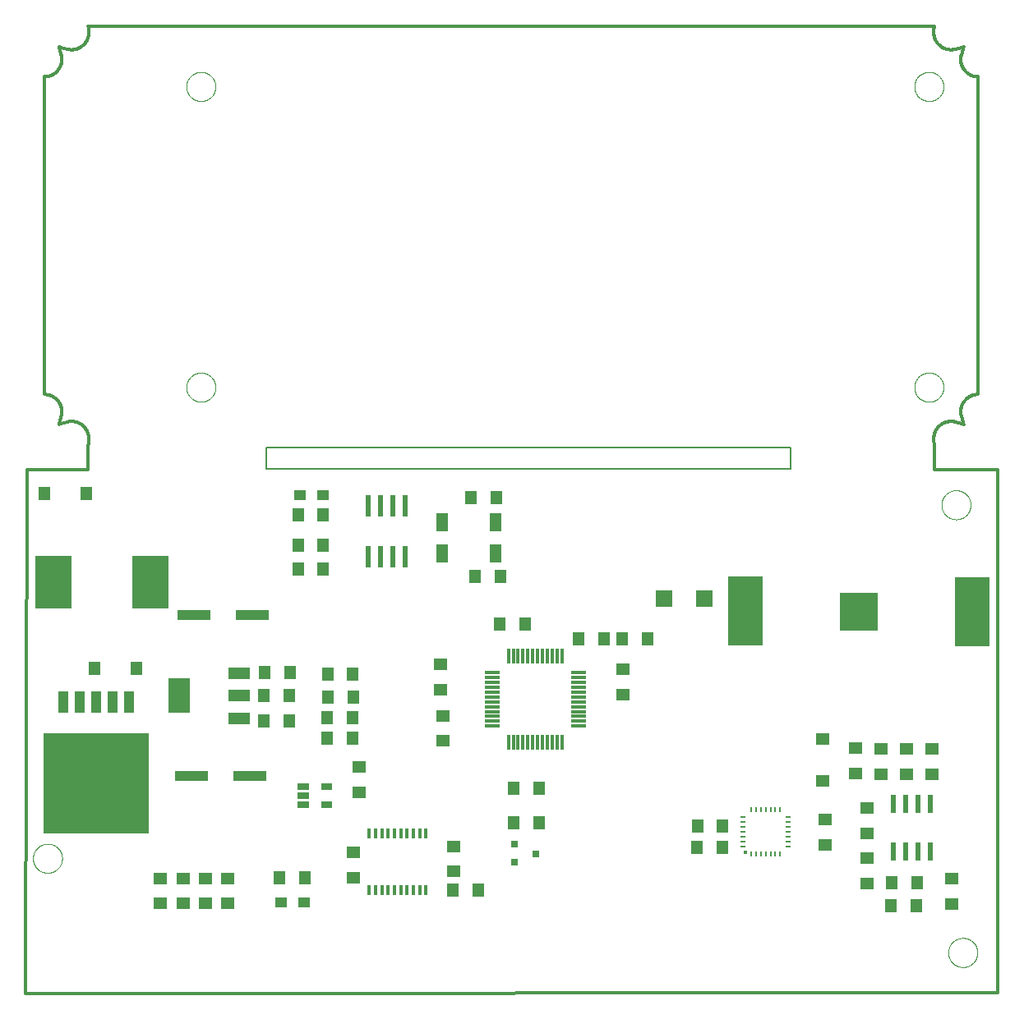
<source format=gtp>
G75*
%MOIN*%
%OFA0B0*%
%FSLAX25Y25*%
%IPPOS*%
%LPD*%
%AMOC8*
5,1,8,0,0,1.08239X$1,22.5*
%
%ADD10C,0.00591*%
%ADD11C,0.01181*%
%ADD12C,0.00600*%
%ADD13C,0.00000*%
%ADD14R,0.15748X0.15748*%
%ADD15R,0.14000X0.28000*%
%ADD16R,0.04724X0.05512*%
%ADD17R,0.13780X0.03937*%
%ADD18R,0.05512X0.04724*%
%ADD19R,0.42520X0.40984*%
%ADD20R,0.04200X0.08500*%
%ADD21R,0.08799X0.04799*%
%ADD22R,0.08661X0.14173*%
%ADD23R,0.01024X0.02205*%
%ADD24R,0.02205X0.01024*%
%ADD25R,0.01575X0.01575*%
%ADD26R,0.15157X0.21654*%
%ADD27R,0.05118X0.07480*%
%ADD28R,0.05906X0.01181*%
%ADD29R,0.01181X0.05906*%
%ADD30R,0.02100X0.07800*%
%ADD31R,0.05787X0.05000*%
%ADD32R,0.07087X0.06693*%
%ADD33R,0.01200X0.03900*%
%ADD34R,0.05000X0.05787*%
%ADD35R,0.02362X0.08661*%
%ADD36R,0.03000X0.03000*%
%ADD37R,0.04921X0.04331*%
%ADD38C,0.00317*%
D10*
X0017208Y0249100D02*
X0017383Y0249167D01*
X0017560Y0249231D01*
X0017738Y0249290D01*
X0017917Y0249344D01*
X0018097Y0249395D01*
X0020489Y0250035D02*
X0020655Y0250078D01*
X0020822Y0250116D01*
X0020989Y0250150D01*
X0021157Y0250180D01*
X0021326Y0250206D01*
X0021496Y0250228D01*
X0021666Y0250245D01*
X0021836Y0250259D01*
X0022007Y0250268D01*
X0022178Y0250274D01*
X0022349Y0250275D01*
X0022520Y0250272D01*
X0022690Y0250265D01*
X0022861Y0250253D01*
X0023031Y0250238D01*
X0023201Y0250218D01*
X0023370Y0250195D01*
X0023539Y0250167D01*
X0023707Y0250135D01*
X0023874Y0250099D01*
X0024040Y0250059D01*
X0024206Y0250015D01*
X0024370Y0249967D01*
X0024532Y0249915D01*
X0024694Y0249859D01*
X0024854Y0249799D01*
X0025013Y0249735D01*
X0025170Y0249667D01*
X0025325Y0249596D01*
X0025479Y0249521D01*
X0025630Y0249442D01*
X0025780Y0249360D01*
X0025928Y0249273D01*
X0026073Y0249184D01*
X0026216Y0249091D01*
X0026357Y0248994D01*
X0026496Y0248894D01*
X0026632Y0248790D01*
X0026766Y0248684D01*
X0026897Y0248574D01*
X0027025Y0248461D01*
X0027150Y0248345D01*
X0027273Y0248226D01*
X0027393Y0248103D01*
X0027509Y0247979D01*
X0027623Y0247851D01*
X0027733Y0247720D01*
X0027841Y0247587D01*
X0027945Y0247452D01*
X0028045Y0247313D01*
X0028143Y0247173D01*
X0028236Y0247030D01*
X0028327Y0246885D01*
X0028413Y0246737D01*
X0028497Y0246588D01*
X0028576Y0246437D01*
X0028652Y0246284D01*
X0028724Y0246129D01*
X0028792Y0245972D01*
X0028857Y0245813D01*
X0028917Y0245654D01*
X0028974Y0245492D01*
X0029027Y0245330D01*
X0029076Y0245166D01*
X0029120Y0245001D01*
X0029161Y0244835D01*
X0029198Y0244668D01*
X0029230Y0244500D01*
X0029259Y0244332D01*
X0029283Y0244162D01*
X0029304Y0243993D01*
X0029320Y0243822D01*
X0029332Y0243652D01*
X0029340Y0243481D01*
X0029344Y0243310D01*
X0029343Y0243139D01*
X0029344Y0243310D01*
X0029340Y0243481D01*
X0029332Y0243652D01*
X0029320Y0243822D01*
X0029304Y0243993D01*
X0029283Y0244162D01*
X0029259Y0244332D01*
X0029230Y0244500D01*
X0029198Y0244668D01*
X0029161Y0244835D01*
X0029120Y0245001D01*
X0029076Y0245166D01*
X0029027Y0245330D01*
X0028974Y0245492D01*
X0028917Y0245654D01*
X0028857Y0245813D01*
X0028792Y0245972D01*
X0028724Y0246129D01*
X0028652Y0246284D01*
X0028576Y0246437D01*
X0028497Y0246588D01*
X0028413Y0246737D01*
X0028327Y0246885D01*
X0028236Y0247030D01*
X0028143Y0247173D01*
X0028045Y0247313D01*
X0027945Y0247452D01*
X0027841Y0247587D01*
X0027733Y0247720D01*
X0027623Y0247851D01*
X0027509Y0247979D01*
X0027393Y0248103D01*
X0027273Y0248226D01*
X0027150Y0248345D01*
X0027025Y0248461D01*
X0026897Y0248574D01*
X0026766Y0248684D01*
X0026632Y0248790D01*
X0026496Y0248894D01*
X0026357Y0248994D01*
X0026216Y0249091D01*
X0026073Y0249184D01*
X0025928Y0249273D01*
X0025780Y0249360D01*
X0025630Y0249442D01*
X0025479Y0249521D01*
X0025325Y0249596D01*
X0025170Y0249667D01*
X0025013Y0249735D01*
X0024854Y0249799D01*
X0024694Y0249859D01*
X0024532Y0249915D01*
X0024370Y0249967D01*
X0024206Y0250015D01*
X0024040Y0250059D01*
X0023874Y0250099D01*
X0023707Y0250135D01*
X0023539Y0250167D01*
X0023370Y0250195D01*
X0023201Y0250218D01*
X0023031Y0250238D01*
X0022861Y0250253D01*
X0022690Y0250265D01*
X0022520Y0250272D01*
X0022349Y0250275D01*
X0022178Y0250274D01*
X0022007Y0250268D01*
X0021836Y0250259D01*
X0021666Y0250245D01*
X0021496Y0250228D01*
X0021326Y0250206D01*
X0021157Y0250180D01*
X0020989Y0250150D01*
X0020822Y0250116D01*
X0020655Y0250078D01*
X0020489Y0250035D01*
X0020655Y0250078D01*
X0020822Y0250116D01*
X0020989Y0250150D01*
X0021157Y0250180D01*
X0021326Y0250206D01*
X0021496Y0250228D01*
X0021666Y0250245D01*
X0021836Y0250259D01*
X0022007Y0250268D01*
X0022178Y0250274D01*
X0022349Y0250275D01*
X0022520Y0250272D01*
X0022690Y0250265D01*
X0022861Y0250253D01*
X0023031Y0250238D01*
X0023201Y0250218D01*
X0023370Y0250195D01*
X0023539Y0250167D01*
X0023707Y0250135D01*
X0023874Y0250099D01*
X0024040Y0250059D01*
X0024206Y0250015D01*
X0024370Y0249967D01*
X0024532Y0249915D01*
X0024694Y0249859D01*
X0024854Y0249799D01*
X0025013Y0249735D01*
X0025170Y0249667D01*
X0025325Y0249596D01*
X0025479Y0249521D01*
X0025630Y0249442D01*
X0025780Y0249360D01*
X0025928Y0249273D01*
X0026073Y0249184D01*
X0026216Y0249091D01*
X0026357Y0248994D01*
X0026496Y0248894D01*
X0026632Y0248790D01*
X0026766Y0248684D01*
X0026897Y0248574D01*
X0027025Y0248461D01*
X0027150Y0248345D01*
X0027273Y0248226D01*
X0027393Y0248103D01*
X0027509Y0247979D01*
X0027623Y0247851D01*
X0027733Y0247720D01*
X0027841Y0247587D01*
X0027945Y0247452D01*
X0028045Y0247313D01*
X0028143Y0247173D01*
X0028236Y0247030D01*
X0028327Y0246885D01*
X0028413Y0246737D01*
X0028497Y0246588D01*
X0028576Y0246437D01*
X0028652Y0246284D01*
X0028724Y0246129D01*
X0028792Y0245972D01*
X0028857Y0245813D01*
X0028917Y0245654D01*
X0028974Y0245492D01*
X0029027Y0245330D01*
X0029076Y0245166D01*
X0029120Y0245001D01*
X0029161Y0244835D01*
X0029198Y0244668D01*
X0029230Y0244500D01*
X0029259Y0244332D01*
X0029283Y0244162D01*
X0029304Y0243993D01*
X0029320Y0243822D01*
X0029332Y0243652D01*
X0029340Y0243481D01*
X0029344Y0243310D01*
X0029343Y0243139D01*
X0018097Y0249395D02*
X0017917Y0249344D01*
X0017738Y0249290D01*
X0017560Y0249231D01*
X0017383Y0249167D01*
X0017208Y0249100D01*
X0018144Y0252380D02*
X0018187Y0252546D01*
X0018225Y0252713D01*
X0018259Y0252880D01*
X0018289Y0253048D01*
X0018315Y0253217D01*
X0018337Y0253387D01*
X0018354Y0253557D01*
X0018368Y0253727D01*
X0018377Y0253898D01*
X0018383Y0254069D01*
X0018384Y0254240D01*
X0018381Y0254411D01*
X0018374Y0254581D01*
X0018362Y0254752D01*
X0018347Y0254922D01*
X0018327Y0255092D01*
X0018304Y0255261D01*
X0018276Y0255430D01*
X0018244Y0255598D01*
X0018208Y0255765D01*
X0018168Y0255931D01*
X0018124Y0256097D01*
X0018076Y0256261D01*
X0018024Y0256423D01*
X0017968Y0256585D01*
X0017908Y0256745D01*
X0017844Y0256904D01*
X0017776Y0257061D01*
X0017705Y0257216D01*
X0017630Y0257370D01*
X0017551Y0257521D01*
X0017469Y0257671D01*
X0017382Y0257819D01*
X0017293Y0257964D01*
X0017200Y0258107D01*
X0017103Y0258248D01*
X0017003Y0258387D01*
X0016899Y0258523D01*
X0016793Y0258657D01*
X0016683Y0258788D01*
X0016570Y0258916D01*
X0016454Y0259041D01*
X0016335Y0259164D01*
X0016212Y0259284D01*
X0016088Y0259400D01*
X0015960Y0259514D01*
X0015829Y0259624D01*
X0015696Y0259732D01*
X0015561Y0259836D01*
X0015422Y0259936D01*
X0015282Y0260034D01*
X0015139Y0260127D01*
X0014994Y0260218D01*
X0014846Y0260304D01*
X0014697Y0260388D01*
X0014546Y0260467D01*
X0014393Y0260543D01*
X0014238Y0260615D01*
X0014081Y0260683D01*
X0013922Y0260748D01*
X0013763Y0260808D01*
X0013601Y0260865D01*
X0013439Y0260918D01*
X0013275Y0260967D01*
X0013110Y0261011D01*
X0012944Y0261052D01*
X0012777Y0261089D01*
X0012609Y0261121D01*
X0012441Y0261150D01*
X0012271Y0261174D01*
X0012102Y0261195D01*
X0011931Y0261211D01*
X0011761Y0261223D01*
X0011590Y0261231D01*
X0011419Y0261235D01*
X0011248Y0261234D01*
X0011419Y0261235D01*
X0011590Y0261231D01*
X0011761Y0261223D01*
X0011931Y0261211D01*
X0012102Y0261195D01*
X0012271Y0261174D01*
X0012441Y0261150D01*
X0012609Y0261121D01*
X0012777Y0261089D01*
X0012944Y0261052D01*
X0013110Y0261011D01*
X0013275Y0260967D01*
X0013439Y0260918D01*
X0013601Y0260865D01*
X0013763Y0260808D01*
X0013922Y0260748D01*
X0014081Y0260683D01*
X0014238Y0260615D01*
X0014393Y0260543D01*
X0014546Y0260467D01*
X0014697Y0260388D01*
X0014846Y0260304D01*
X0014994Y0260218D01*
X0015139Y0260127D01*
X0015282Y0260034D01*
X0015422Y0259936D01*
X0015561Y0259836D01*
X0015696Y0259732D01*
X0015829Y0259624D01*
X0015960Y0259514D01*
X0016088Y0259400D01*
X0016212Y0259284D01*
X0016335Y0259164D01*
X0016454Y0259041D01*
X0016570Y0258916D01*
X0016683Y0258788D01*
X0016793Y0258657D01*
X0016899Y0258523D01*
X0017003Y0258387D01*
X0017103Y0258248D01*
X0017200Y0258107D01*
X0017293Y0257964D01*
X0017382Y0257819D01*
X0017469Y0257671D01*
X0017551Y0257521D01*
X0017630Y0257370D01*
X0017705Y0257216D01*
X0017776Y0257061D01*
X0017844Y0256904D01*
X0017908Y0256745D01*
X0017968Y0256585D01*
X0018024Y0256423D01*
X0018076Y0256261D01*
X0018124Y0256097D01*
X0018168Y0255931D01*
X0018208Y0255765D01*
X0018244Y0255598D01*
X0018276Y0255430D01*
X0018304Y0255261D01*
X0018327Y0255092D01*
X0018347Y0254922D01*
X0018362Y0254752D01*
X0018374Y0254581D01*
X0018381Y0254411D01*
X0018384Y0254240D01*
X0018383Y0254069D01*
X0018377Y0253898D01*
X0018368Y0253727D01*
X0018354Y0253557D01*
X0018337Y0253387D01*
X0018315Y0253217D01*
X0018289Y0253048D01*
X0018259Y0252880D01*
X0018225Y0252713D01*
X0018187Y0252546D01*
X0018144Y0252380D01*
X0018187Y0252546D01*
X0018225Y0252713D01*
X0018259Y0252880D01*
X0018289Y0253048D01*
X0018315Y0253217D01*
X0018337Y0253387D01*
X0018354Y0253557D01*
X0018368Y0253727D01*
X0018377Y0253898D01*
X0018383Y0254069D01*
X0018384Y0254240D01*
X0018381Y0254411D01*
X0018374Y0254581D01*
X0018362Y0254752D01*
X0018347Y0254922D01*
X0018327Y0255092D01*
X0018304Y0255261D01*
X0018276Y0255430D01*
X0018244Y0255598D01*
X0018208Y0255765D01*
X0018168Y0255931D01*
X0018124Y0256097D01*
X0018076Y0256261D01*
X0018024Y0256423D01*
X0017968Y0256585D01*
X0017908Y0256745D01*
X0017844Y0256904D01*
X0017776Y0257061D01*
X0017705Y0257216D01*
X0017630Y0257370D01*
X0017551Y0257521D01*
X0017469Y0257671D01*
X0017382Y0257819D01*
X0017293Y0257964D01*
X0017200Y0258107D01*
X0017103Y0258248D01*
X0017003Y0258387D01*
X0016899Y0258523D01*
X0016793Y0258657D01*
X0016683Y0258788D01*
X0016570Y0258916D01*
X0016454Y0259041D01*
X0016335Y0259164D01*
X0016212Y0259284D01*
X0016088Y0259400D01*
X0015960Y0259514D01*
X0015829Y0259624D01*
X0015696Y0259732D01*
X0015561Y0259836D01*
X0015422Y0259936D01*
X0015282Y0260034D01*
X0015139Y0260127D01*
X0014994Y0260218D01*
X0014846Y0260304D01*
X0014697Y0260388D01*
X0014546Y0260467D01*
X0014393Y0260543D01*
X0014238Y0260615D01*
X0014081Y0260683D01*
X0013922Y0260748D01*
X0013763Y0260808D01*
X0013601Y0260865D01*
X0013439Y0260918D01*
X0013275Y0260967D01*
X0013110Y0261011D01*
X0012944Y0261052D01*
X0012777Y0261089D01*
X0012609Y0261121D01*
X0012441Y0261150D01*
X0012271Y0261174D01*
X0012102Y0261195D01*
X0011931Y0261211D01*
X0011761Y0261223D01*
X0011590Y0261231D01*
X0011419Y0261235D01*
X0011248Y0261234D01*
X0017503Y0249989D02*
X0017452Y0249809D01*
X0017398Y0249629D01*
X0017339Y0249452D01*
X0017275Y0249275D01*
X0017208Y0249100D01*
X0017275Y0249275D01*
X0017339Y0249452D01*
X0017398Y0249629D01*
X0017452Y0249809D01*
X0017503Y0249989D01*
X0017452Y0249809D01*
X0017398Y0249629D01*
X0017339Y0249452D01*
X0017275Y0249275D01*
X0017208Y0249100D01*
X0017383Y0249167D01*
X0017560Y0249231D01*
X0017738Y0249290D01*
X0017917Y0249344D01*
X0018097Y0249395D01*
X0029342Y0243140D02*
X0029331Y0242716D01*
X0029310Y0242293D01*
X0029279Y0241871D01*
X0029237Y0241449D01*
X0029186Y0241028D01*
X0029125Y0240609D01*
X0029186Y0241028D01*
X0029237Y0241449D01*
X0029279Y0241871D01*
X0029310Y0242293D01*
X0029331Y0242716D01*
X0029342Y0243140D01*
X0029331Y0242716D01*
X0029310Y0242293D01*
X0029279Y0241871D01*
X0029237Y0241449D01*
X0029186Y0241028D01*
X0029125Y0240609D01*
X0011248Y0390192D02*
X0011419Y0390191D01*
X0011590Y0390195D01*
X0011761Y0390203D01*
X0011931Y0390215D01*
X0012102Y0390231D01*
X0012271Y0390252D01*
X0012441Y0390276D01*
X0012609Y0390305D01*
X0012777Y0390337D01*
X0012944Y0390374D01*
X0013110Y0390415D01*
X0013275Y0390459D01*
X0013439Y0390508D01*
X0013601Y0390561D01*
X0013763Y0390618D01*
X0013922Y0390678D01*
X0014081Y0390743D01*
X0014238Y0390811D01*
X0014393Y0390883D01*
X0014546Y0390959D01*
X0014697Y0391038D01*
X0014846Y0391122D01*
X0014994Y0391208D01*
X0015139Y0391299D01*
X0015282Y0391392D01*
X0015422Y0391490D01*
X0015561Y0391590D01*
X0015696Y0391694D01*
X0015829Y0391802D01*
X0015960Y0391912D01*
X0016088Y0392026D01*
X0016212Y0392142D01*
X0016335Y0392262D01*
X0016454Y0392385D01*
X0016570Y0392510D01*
X0016683Y0392638D01*
X0016793Y0392769D01*
X0016899Y0392903D01*
X0017003Y0393039D01*
X0017103Y0393178D01*
X0017200Y0393319D01*
X0017293Y0393462D01*
X0017382Y0393607D01*
X0017469Y0393755D01*
X0017551Y0393905D01*
X0017630Y0394056D01*
X0017705Y0394210D01*
X0017776Y0394365D01*
X0017844Y0394522D01*
X0017908Y0394681D01*
X0017968Y0394841D01*
X0018024Y0395003D01*
X0018076Y0395165D01*
X0018124Y0395329D01*
X0018168Y0395495D01*
X0018208Y0395661D01*
X0018244Y0395828D01*
X0018276Y0395996D01*
X0018304Y0396165D01*
X0018327Y0396334D01*
X0018347Y0396504D01*
X0018362Y0396674D01*
X0018374Y0396845D01*
X0018381Y0397015D01*
X0018384Y0397186D01*
X0018383Y0397357D01*
X0018377Y0397528D01*
X0018368Y0397699D01*
X0018354Y0397869D01*
X0018337Y0398039D01*
X0018315Y0398209D01*
X0018289Y0398378D01*
X0018259Y0398546D01*
X0018225Y0398713D01*
X0018187Y0398880D01*
X0018144Y0399046D01*
X0018187Y0398880D01*
X0018225Y0398713D01*
X0018259Y0398546D01*
X0018289Y0398378D01*
X0018315Y0398209D01*
X0018337Y0398039D01*
X0018354Y0397869D01*
X0018368Y0397699D01*
X0018377Y0397528D01*
X0018383Y0397357D01*
X0018384Y0397186D01*
X0018381Y0397015D01*
X0018374Y0396845D01*
X0018362Y0396674D01*
X0018347Y0396504D01*
X0018327Y0396334D01*
X0018304Y0396165D01*
X0018276Y0395996D01*
X0018244Y0395828D01*
X0018208Y0395661D01*
X0018168Y0395495D01*
X0018124Y0395329D01*
X0018076Y0395165D01*
X0018024Y0395003D01*
X0017968Y0394841D01*
X0017908Y0394681D01*
X0017844Y0394522D01*
X0017776Y0394365D01*
X0017705Y0394210D01*
X0017630Y0394056D01*
X0017551Y0393905D01*
X0017469Y0393755D01*
X0017382Y0393607D01*
X0017293Y0393462D01*
X0017200Y0393319D01*
X0017103Y0393178D01*
X0017003Y0393039D01*
X0016899Y0392903D01*
X0016793Y0392769D01*
X0016683Y0392638D01*
X0016570Y0392510D01*
X0016454Y0392385D01*
X0016335Y0392262D01*
X0016212Y0392142D01*
X0016088Y0392026D01*
X0015960Y0391912D01*
X0015829Y0391802D01*
X0015696Y0391694D01*
X0015561Y0391590D01*
X0015422Y0391490D01*
X0015282Y0391392D01*
X0015139Y0391299D01*
X0014994Y0391208D01*
X0014846Y0391122D01*
X0014697Y0391038D01*
X0014546Y0390959D01*
X0014393Y0390883D01*
X0014238Y0390811D01*
X0014081Y0390743D01*
X0013922Y0390678D01*
X0013763Y0390618D01*
X0013601Y0390561D01*
X0013439Y0390508D01*
X0013275Y0390459D01*
X0013110Y0390415D01*
X0012944Y0390374D01*
X0012777Y0390337D01*
X0012609Y0390305D01*
X0012441Y0390276D01*
X0012271Y0390252D01*
X0012102Y0390231D01*
X0011931Y0390215D01*
X0011761Y0390203D01*
X0011590Y0390195D01*
X0011419Y0390191D01*
X0011248Y0390192D01*
X0011419Y0390191D01*
X0011590Y0390195D01*
X0011761Y0390203D01*
X0011931Y0390215D01*
X0012102Y0390231D01*
X0012271Y0390252D01*
X0012441Y0390276D01*
X0012609Y0390305D01*
X0012777Y0390337D01*
X0012944Y0390374D01*
X0013110Y0390415D01*
X0013275Y0390459D01*
X0013439Y0390508D01*
X0013601Y0390561D01*
X0013763Y0390618D01*
X0013922Y0390678D01*
X0014081Y0390743D01*
X0014238Y0390811D01*
X0014393Y0390883D01*
X0014546Y0390959D01*
X0014697Y0391038D01*
X0014846Y0391122D01*
X0014994Y0391208D01*
X0015139Y0391299D01*
X0015282Y0391392D01*
X0015422Y0391490D01*
X0015561Y0391590D01*
X0015696Y0391694D01*
X0015829Y0391802D01*
X0015960Y0391912D01*
X0016088Y0392026D01*
X0016212Y0392142D01*
X0016335Y0392262D01*
X0016454Y0392385D01*
X0016570Y0392510D01*
X0016683Y0392638D01*
X0016793Y0392769D01*
X0016899Y0392903D01*
X0017003Y0393039D01*
X0017103Y0393178D01*
X0017200Y0393319D01*
X0017293Y0393462D01*
X0017382Y0393607D01*
X0017469Y0393755D01*
X0017551Y0393905D01*
X0017630Y0394056D01*
X0017705Y0394210D01*
X0017776Y0394365D01*
X0017844Y0394522D01*
X0017908Y0394681D01*
X0017968Y0394841D01*
X0018024Y0395003D01*
X0018076Y0395165D01*
X0018124Y0395329D01*
X0018168Y0395495D01*
X0018208Y0395661D01*
X0018244Y0395828D01*
X0018276Y0395996D01*
X0018304Y0396165D01*
X0018327Y0396334D01*
X0018347Y0396504D01*
X0018362Y0396674D01*
X0018374Y0396845D01*
X0018381Y0397015D01*
X0018384Y0397186D01*
X0018383Y0397357D01*
X0018377Y0397528D01*
X0018368Y0397699D01*
X0018354Y0397869D01*
X0018337Y0398039D01*
X0018315Y0398209D01*
X0018289Y0398378D01*
X0018259Y0398546D01*
X0018225Y0398713D01*
X0018187Y0398880D01*
X0018144Y0399046D01*
X0017503Y0401437D02*
X0017452Y0401617D01*
X0017398Y0401797D01*
X0017339Y0401974D01*
X0017275Y0402151D01*
X0017208Y0402326D01*
X0020489Y0401390D02*
X0020655Y0401347D01*
X0020822Y0401309D01*
X0020989Y0401275D01*
X0021157Y0401245D01*
X0021326Y0401219D01*
X0021496Y0401197D01*
X0021666Y0401180D01*
X0021836Y0401166D01*
X0022007Y0401157D01*
X0022178Y0401151D01*
X0022349Y0401150D01*
X0022520Y0401153D01*
X0022690Y0401160D01*
X0022861Y0401172D01*
X0023031Y0401187D01*
X0023201Y0401207D01*
X0023370Y0401230D01*
X0023539Y0401258D01*
X0023707Y0401290D01*
X0023874Y0401326D01*
X0024040Y0401366D01*
X0024206Y0401410D01*
X0024370Y0401458D01*
X0024532Y0401510D01*
X0024694Y0401566D01*
X0024854Y0401626D01*
X0025013Y0401690D01*
X0025170Y0401758D01*
X0025325Y0401829D01*
X0025479Y0401904D01*
X0025630Y0401983D01*
X0025780Y0402065D01*
X0025928Y0402152D01*
X0026073Y0402241D01*
X0026216Y0402334D01*
X0026357Y0402431D01*
X0026496Y0402531D01*
X0026632Y0402635D01*
X0026766Y0402741D01*
X0026897Y0402851D01*
X0027025Y0402964D01*
X0027150Y0403080D01*
X0027273Y0403199D01*
X0027393Y0403322D01*
X0027509Y0403446D01*
X0027623Y0403574D01*
X0027733Y0403705D01*
X0027841Y0403838D01*
X0027945Y0403974D01*
X0028045Y0404112D01*
X0028143Y0404252D01*
X0028236Y0404395D01*
X0028327Y0404540D01*
X0028413Y0404688D01*
X0028497Y0404837D01*
X0028576Y0404988D01*
X0028652Y0405141D01*
X0028724Y0405296D01*
X0028792Y0405453D01*
X0028857Y0405612D01*
X0028917Y0405771D01*
X0028974Y0405933D01*
X0029027Y0406095D01*
X0029076Y0406259D01*
X0029120Y0406424D01*
X0029161Y0406590D01*
X0029198Y0406757D01*
X0029230Y0406925D01*
X0029259Y0407093D01*
X0029283Y0407263D01*
X0029304Y0407432D01*
X0029320Y0407603D01*
X0029332Y0407773D01*
X0029340Y0407944D01*
X0029344Y0408115D01*
X0029343Y0408286D01*
X0029344Y0408115D01*
X0029340Y0407944D01*
X0029332Y0407773D01*
X0029320Y0407603D01*
X0029304Y0407432D01*
X0029283Y0407263D01*
X0029259Y0407093D01*
X0029230Y0406925D01*
X0029198Y0406757D01*
X0029161Y0406590D01*
X0029120Y0406424D01*
X0029076Y0406259D01*
X0029027Y0406095D01*
X0028974Y0405933D01*
X0028917Y0405771D01*
X0028857Y0405612D01*
X0028792Y0405453D01*
X0028724Y0405296D01*
X0028652Y0405141D01*
X0028576Y0404988D01*
X0028497Y0404837D01*
X0028413Y0404688D01*
X0028327Y0404540D01*
X0028236Y0404395D01*
X0028143Y0404252D01*
X0028045Y0404112D01*
X0027945Y0403974D01*
X0027841Y0403838D01*
X0027733Y0403705D01*
X0027623Y0403574D01*
X0027509Y0403446D01*
X0027393Y0403322D01*
X0027273Y0403199D01*
X0027150Y0403080D01*
X0027025Y0402964D01*
X0026897Y0402851D01*
X0026766Y0402741D01*
X0026632Y0402635D01*
X0026496Y0402531D01*
X0026357Y0402431D01*
X0026216Y0402334D01*
X0026073Y0402241D01*
X0025928Y0402152D01*
X0025780Y0402065D01*
X0025630Y0401983D01*
X0025479Y0401904D01*
X0025325Y0401829D01*
X0025170Y0401758D01*
X0025013Y0401690D01*
X0024854Y0401626D01*
X0024694Y0401566D01*
X0024532Y0401510D01*
X0024370Y0401458D01*
X0024206Y0401410D01*
X0024040Y0401366D01*
X0023874Y0401326D01*
X0023707Y0401290D01*
X0023539Y0401258D01*
X0023370Y0401230D01*
X0023201Y0401207D01*
X0023031Y0401187D01*
X0022861Y0401172D01*
X0022690Y0401160D01*
X0022520Y0401153D01*
X0022349Y0401150D01*
X0022178Y0401151D01*
X0022007Y0401157D01*
X0021836Y0401166D01*
X0021666Y0401180D01*
X0021496Y0401197D01*
X0021326Y0401219D01*
X0021157Y0401245D01*
X0020989Y0401275D01*
X0020822Y0401309D01*
X0020655Y0401347D01*
X0020489Y0401390D01*
X0020655Y0401347D01*
X0020822Y0401309D01*
X0020989Y0401275D01*
X0021157Y0401245D01*
X0021326Y0401219D01*
X0021496Y0401197D01*
X0021666Y0401180D01*
X0021836Y0401166D01*
X0022007Y0401157D01*
X0022178Y0401151D01*
X0022349Y0401150D01*
X0022520Y0401153D01*
X0022690Y0401160D01*
X0022861Y0401172D01*
X0023031Y0401187D01*
X0023201Y0401207D01*
X0023370Y0401230D01*
X0023539Y0401258D01*
X0023707Y0401290D01*
X0023874Y0401326D01*
X0024040Y0401366D01*
X0024206Y0401410D01*
X0024370Y0401458D01*
X0024532Y0401510D01*
X0024694Y0401566D01*
X0024854Y0401626D01*
X0025013Y0401690D01*
X0025170Y0401758D01*
X0025325Y0401829D01*
X0025479Y0401904D01*
X0025630Y0401983D01*
X0025780Y0402065D01*
X0025928Y0402152D01*
X0026073Y0402241D01*
X0026216Y0402334D01*
X0026357Y0402431D01*
X0026496Y0402531D01*
X0026632Y0402635D01*
X0026766Y0402741D01*
X0026897Y0402851D01*
X0027025Y0402964D01*
X0027150Y0403080D01*
X0027273Y0403199D01*
X0027393Y0403322D01*
X0027509Y0403446D01*
X0027623Y0403574D01*
X0027733Y0403705D01*
X0027841Y0403838D01*
X0027945Y0403974D01*
X0028045Y0404112D01*
X0028143Y0404252D01*
X0028236Y0404395D01*
X0028327Y0404540D01*
X0028413Y0404688D01*
X0028497Y0404837D01*
X0028576Y0404988D01*
X0028652Y0405141D01*
X0028724Y0405296D01*
X0028792Y0405453D01*
X0028857Y0405612D01*
X0028917Y0405771D01*
X0028974Y0405933D01*
X0029027Y0406095D01*
X0029076Y0406259D01*
X0029120Y0406424D01*
X0029161Y0406590D01*
X0029198Y0406757D01*
X0029230Y0406925D01*
X0029259Y0407093D01*
X0029283Y0407263D01*
X0029304Y0407432D01*
X0029320Y0407603D01*
X0029332Y0407773D01*
X0029340Y0407944D01*
X0029344Y0408115D01*
X0029343Y0408286D01*
X0018097Y0402031D02*
X0017917Y0402082D01*
X0017738Y0402136D01*
X0017560Y0402195D01*
X0017383Y0402259D01*
X0017208Y0402326D01*
X0017383Y0402259D01*
X0017560Y0402195D01*
X0017738Y0402136D01*
X0017917Y0402082D01*
X0018097Y0402031D01*
X0017917Y0402082D01*
X0017738Y0402136D01*
X0017560Y0402195D01*
X0017383Y0402259D01*
X0017208Y0402326D01*
X0017275Y0402151D01*
X0017339Y0401974D01*
X0017398Y0401797D01*
X0017452Y0401617D01*
X0017503Y0401437D01*
X0017452Y0401617D01*
X0017398Y0401797D01*
X0017339Y0401974D01*
X0017275Y0402151D01*
X0017208Y0402326D01*
X0029342Y0408286D02*
X0029331Y0408710D01*
X0029310Y0409133D01*
X0029279Y0409555D01*
X0029237Y0409977D01*
X0029186Y0410398D01*
X0029125Y0410817D01*
X0029186Y0410398D01*
X0029237Y0409977D01*
X0029279Y0409555D01*
X0029310Y0409133D01*
X0029331Y0408710D01*
X0029342Y0408286D01*
X0029331Y0408710D01*
X0029310Y0409133D01*
X0029279Y0409555D01*
X0029237Y0409977D01*
X0029186Y0410398D01*
X0029125Y0410817D01*
X0372043Y0408286D02*
X0372042Y0408115D01*
X0372046Y0407944D01*
X0372054Y0407773D01*
X0372066Y0407603D01*
X0372082Y0407432D01*
X0372103Y0407263D01*
X0372127Y0407093D01*
X0372156Y0406925D01*
X0372188Y0406757D01*
X0372225Y0406590D01*
X0372266Y0406424D01*
X0372310Y0406259D01*
X0372359Y0406095D01*
X0372412Y0405933D01*
X0372469Y0405771D01*
X0372529Y0405612D01*
X0372594Y0405453D01*
X0372662Y0405296D01*
X0372734Y0405141D01*
X0372810Y0404988D01*
X0372889Y0404837D01*
X0372973Y0404688D01*
X0373059Y0404540D01*
X0373150Y0404395D01*
X0373243Y0404252D01*
X0373341Y0404112D01*
X0373441Y0403974D01*
X0373545Y0403838D01*
X0373653Y0403705D01*
X0373763Y0403574D01*
X0373877Y0403446D01*
X0373993Y0403322D01*
X0374113Y0403199D01*
X0374236Y0403080D01*
X0374361Y0402964D01*
X0374489Y0402851D01*
X0374620Y0402741D01*
X0374754Y0402635D01*
X0374890Y0402531D01*
X0375029Y0402431D01*
X0375170Y0402334D01*
X0375313Y0402241D01*
X0375458Y0402152D01*
X0375606Y0402065D01*
X0375756Y0401983D01*
X0375907Y0401904D01*
X0376061Y0401829D01*
X0376216Y0401758D01*
X0376373Y0401690D01*
X0376532Y0401626D01*
X0376692Y0401566D01*
X0376854Y0401510D01*
X0377016Y0401458D01*
X0377180Y0401410D01*
X0377346Y0401366D01*
X0377512Y0401326D01*
X0377679Y0401290D01*
X0377847Y0401258D01*
X0378016Y0401230D01*
X0378185Y0401207D01*
X0378355Y0401187D01*
X0378525Y0401172D01*
X0378696Y0401160D01*
X0378866Y0401153D01*
X0379037Y0401150D01*
X0379208Y0401151D01*
X0379379Y0401157D01*
X0379550Y0401166D01*
X0379720Y0401180D01*
X0379890Y0401197D01*
X0380060Y0401219D01*
X0380229Y0401245D01*
X0380397Y0401275D01*
X0380564Y0401309D01*
X0380731Y0401347D01*
X0380897Y0401390D01*
X0380731Y0401347D01*
X0380564Y0401309D01*
X0380397Y0401275D01*
X0380229Y0401245D01*
X0380060Y0401219D01*
X0379890Y0401197D01*
X0379720Y0401180D01*
X0379550Y0401166D01*
X0379379Y0401157D01*
X0379208Y0401151D01*
X0379037Y0401150D01*
X0378866Y0401153D01*
X0378696Y0401160D01*
X0378525Y0401172D01*
X0378355Y0401187D01*
X0378185Y0401207D01*
X0378016Y0401230D01*
X0377847Y0401258D01*
X0377679Y0401290D01*
X0377512Y0401326D01*
X0377346Y0401366D01*
X0377180Y0401410D01*
X0377016Y0401458D01*
X0376854Y0401510D01*
X0376692Y0401566D01*
X0376532Y0401626D01*
X0376373Y0401690D01*
X0376216Y0401758D01*
X0376061Y0401829D01*
X0375907Y0401904D01*
X0375756Y0401983D01*
X0375606Y0402065D01*
X0375458Y0402152D01*
X0375313Y0402241D01*
X0375170Y0402334D01*
X0375029Y0402431D01*
X0374890Y0402531D01*
X0374754Y0402635D01*
X0374620Y0402741D01*
X0374489Y0402851D01*
X0374361Y0402964D01*
X0374236Y0403080D01*
X0374113Y0403199D01*
X0373993Y0403322D01*
X0373877Y0403446D01*
X0373763Y0403574D01*
X0373653Y0403705D01*
X0373545Y0403838D01*
X0373441Y0403974D01*
X0373341Y0404112D01*
X0373243Y0404252D01*
X0373150Y0404395D01*
X0373059Y0404540D01*
X0372973Y0404688D01*
X0372889Y0404837D01*
X0372810Y0404988D01*
X0372734Y0405141D01*
X0372662Y0405296D01*
X0372594Y0405453D01*
X0372529Y0405612D01*
X0372469Y0405771D01*
X0372412Y0405933D01*
X0372359Y0406095D01*
X0372310Y0406259D01*
X0372266Y0406424D01*
X0372225Y0406590D01*
X0372188Y0406757D01*
X0372156Y0406925D01*
X0372127Y0407093D01*
X0372103Y0407263D01*
X0372082Y0407432D01*
X0372066Y0407603D01*
X0372054Y0407773D01*
X0372046Y0407944D01*
X0372042Y0408115D01*
X0372043Y0408286D01*
X0372042Y0408115D01*
X0372046Y0407944D01*
X0372054Y0407773D01*
X0372066Y0407603D01*
X0372082Y0407432D01*
X0372103Y0407263D01*
X0372127Y0407093D01*
X0372156Y0406925D01*
X0372188Y0406757D01*
X0372225Y0406590D01*
X0372266Y0406424D01*
X0372310Y0406259D01*
X0372359Y0406095D01*
X0372412Y0405933D01*
X0372469Y0405771D01*
X0372529Y0405612D01*
X0372594Y0405453D01*
X0372662Y0405296D01*
X0372734Y0405141D01*
X0372810Y0404988D01*
X0372889Y0404837D01*
X0372973Y0404688D01*
X0373059Y0404540D01*
X0373150Y0404395D01*
X0373243Y0404252D01*
X0373341Y0404112D01*
X0373441Y0403974D01*
X0373545Y0403838D01*
X0373653Y0403705D01*
X0373763Y0403574D01*
X0373877Y0403446D01*
X0373993Y0403322D01*
X0374113Y0403199D01*
X0374236Y0403080D01*
X0374361Y0402964D01*
X0374489Y0402851D01*
X0374620Y0402741D01*
X0374754Y0402635D01*
X0374890Y0402531D01*
X0375029Y0402431D01*
X0375170Y0402334D01*
X0375313Y0402241D01*
X0375458Y0402152D01*
X0375606Y0402065D01*
X0375756Y0401983D01*
X0375907Y0401904D01*
X0376061Y0401829D01*
X0376216Y0401758D01*
X0376373Y0401690D01*
X0376532Y0401626D01*
X0376692Y0401566D01*
X0376854Y0401510D01*
X0377016Y0401458D01*
X0377180Y0401410D01*
X0377346Y0401366D01*
X0377512Y0401326D01*
X0377679Y0401290D01*
X0377847Y0401258D01*
X0378016Y0401230D01*
X0378185Y0401207D01*
X0378355Y0401187D01*
X0378525Y0401172D01*
X0378696Y0401160D01*
X0378866Y0401153D01*
X0379037Y0401150D01*
X0379208Y0401151D01*
X0379379Y0401157D01*
X0379550Y0401166D01*
X0379720Y0401180D01*
X0379890Y0401197D01*
X0380060Y0401219D01*
X0380229Y0401245D01*
X0380397Y0401275D01*
X0380564Y0401309D01*
X0380731Y0401347D01*
X0380897Y0401390D01*
X0383289Y0402031D02*
X0383469Y0402082D01*
X0383648Y0402136D01*
X0383826Y0402195D01*
X0384003Y0402259D01*
X0384178Y0402326D01*
X0383242Y0399046D02*
X0383199Y0398880D01*
X0383161Y0398713D01*
X0383127Y0398546D01*
X0383097Y0398378D01*
X0383071Y0398209D01*
X0383049Y0398039D01*
X0383032Y0397869D01*
X0383018Y0397699D01*
X0383009Y0397528D01*
X0383003Y0397357D01*
X0383002Y0397186D01*
X0383005Y0397015D01*
X0383012Y0396845D01*
X0383024Y0396674D01*
X0383039Y0396504D01*
X0383059Y0396334D01*
X0383082Y0396165D01*
X0383110Y0395996D01*
X0383142Y0395828D01*
X0383178Y0395661D01*
X0383218Y0395495D01*
X0383262Y0395329D01*
X0383310Y0395165D01*
X0383362Y0395003D01*
X0383418Y0394841D01*
X0383478Y0394681D01*
X0383542Y0394522D01*
X0383610Y0394365D01*
X0383681Y0394210D01*
X0383756Y0394056D01*
X0383835Y0393905D01*
X0383917Y0393755D01*
X0384004Y0393607D01*
X0384093Y0393462D01*
X0384186Y0393319D01*
X0384283Y0393178D01*
X0384383Y0393039D01*
X0384487Y0392903D01*
X0384593Y0392769D01*
X0384703Y0392638D01*
X0384816Y0392510D01*
X0384932Y0392385D01*
X0385051Y0392262D01*
X0385174Y0392142D01*
X0385298Y0392026D01*
X0385426Y0391912D01*
X0385557Y0391802D01*
X0385690Y0391694D01*
X0385825Y0391590D01*
X0385964Y0391490D01*
X0386104Y0391392D01*
X0386247Y0391299D01*
X0386392Y0391208D01*
X0386540Y0391122D01*
X0386689Y0391038D01*
X0386840Y0390959D01*
X0386993Y0390883D01*
X0387148Y0390811D01*
X0387305Y0390743D01*
X0387464Y0390678D01*
X0387623Y0390618D01*
X0387785Y0390561D01*
X0387947Y0390508D01*
X0388111Y0390459D01*
X0388276Y0390415D01*
X0388442Y0390374D01*
X0388609Y0390337D01*
X0388777Y0390305D01*
X0388945Y0390276D01*
X0389115Y0390252D01*
X0389284Y0390231D01*
X0389455Y0390215D01*
X0389625Y0390203D01*
X0389796Y0390195D01*
X0389967Y0390191D01*
X0390138Y0390192D01*
X0389967Y0390191D01*
X0389796Y0390195D01*
X0389625Y0390203D01*
X0389455Y0390215D01*
X0389284Y0390231D01*
X0389115Y0390252D01*
X0388945Y0390276D01*
X0388777Y0390305D01*
X0388609Y0390337D01*
X0388442Y0390374D01*
X0388276Y0390415D01*
X0388111Y0390459D01*
X0387947Y0390508D01*
X0387785Y0390561D01*
X0387623Y0390618D01*
X0387464Y0390678D01*
X0387305Y0390743D01*
X0387148Y0390811D01*
X0386993Y0390883D01*
X0386840Y0390959D01*
X0386689Y0391038D01*
X0386540Y0391122D01*
X0386392Y0391208D01*
X0386247Y0391299D01*
X0386104Y0391392D01*
X0385964Y0391490D01*
X0385825Y0391590D01*
X0385690Y0391694D01*
X0385557Y0391802D01*
X0385426Y0391912D01*
X0385298Y0392026D01*
X0385174Y0392142D01*
X0385051Y0392262D01*
X0384932Y0392385D01*
X0384816Y0392510D01*
X0384703Y0392638D01*
X0384593Y0392769D01*
X0384487Y0392903D01*
X0384383Y0393039D01*
X0384283Y0393178D01*
X0384186Y0393319D01*
X0384093Y0393462D01*
X0384004Y0393607D01*
X0383917Y0393755D01*
X0383835Y0393905D01*
X0383756Y0394056D01*
X0383681Y0394210D01*
X0383610Y0394365D01*
X0383542Y0394522D01*
X0383478Y0394681D01*
X0383418Y0394841D01*
X0383362Y0395003D01*
X0383310Y0395165D01*
X0383262Y0395329D01*
X0383218Y0395495D01*
X0383178Y0395661D01*
X0383142Y0395828D01*
X0383110Y0395996D01*
X0383082Y0396165D01*
X0383059Y0396334D01*
X0383039Y0396504D01*
X0383024Y0396674D01*
X0383012Y0396845D01*
X0383005Y0397015D01*
X0383002Y0397186D01*
X0383003Y0397357D01*
X0383009Y0397528D01*
X0383018Y0397699D01*
X0383032Y0397869D01*
X0383049Y0398039D01*
X0383071Y0398209D01*
X0383097Y0398378D01*
X0383127Y0398546D01*
X0383161Y0398713D01*
X0383199Y0398880D01*
X0383242Y0399046D01*
X0383199Y0398880D01*
X0383161Y0398713D01*
X0383127Y0398546D01*
X0383097Y0398378D01*
X0383071Y0398209D01*
X0383049Y0398039D01*
X0383032Y0397869D01*
X0383018Y0397699D01*
X0383009Y0397528D01*
X0383003Y0397357D01*
X0383002Y0397186D01*
X0383005Y0397015D01*
X0383012Y0396845D01*
X0383024Y0396674D01*
X0383039Y0396504D01*
X0383059Y0396334D01*
X0383082Y0396165D01*
X0383110Y0395996D01*
X0383142Y0395828D01*
X0383178Y0395661D01*
X0383218Y0395495D01*
X0383262Y0395329D01*
X0383310Y0395165D01*
X0383362Y0395003D01*
X0383418Y0394841D01*
X0383478Y0394681D01*
X0383542Y0394522D01*
X0383610Y0394365D01*
X0383681Y0394210D01*
X0383756Y0394056D01*
X0383835Y0393905D01*
X0383917Y0393755D01*
X0384004Y0393607D01*
X0384093Y0393462D01*
X0384186Y0393319D01*
X0384283Y0393178D01*
X0384383Y0393039D01*
X0384487Y0392903D01*
X0384593Y0392769D01*
X0384703Y0392638D01*
X0384816Y0392510D01*
X0384932Y0392385D01*
X0385051Y0392262D01*
X0385174Y0392142D01*
X0385298Y0392026D01*
X0385426Y0391912D01*
X0385557Y0391802D01*
X0385690Y0391694D01*
X0385825Y0391590D01*
X0385964Y0391490D01*
X0386104Y0391392D01*
X0386247Y0391299D01*
X0386392Y0391208D01*
X0386540Y0391122D01*
X0386689Y0391038D01*
X0386840Y0390959D01*
X0386993Y0390883D01*
X0387148Y0390811D01*
X0387305Y0390743D01*
X0387464Y0390678D01*
X0387623Y0390618D01*
X0387785Y0390561D01*
X0387947Y0390508D01*
X0388111Y0390459D01*
X0388276Y0390415D01*
X0388442Y0390374D01*
X0388609Y0390337D01*
X0388777Y0390305D01*
X0388945Y0390276D01*
X0389115Y0390252D01*
X0389284Y0390231D01*
X0389455Y0390215D01*
X0389625Y0390203D01*
X0389796Y0390195D01*
X0389967Y0390191D01*
X0390138Y0390192D01*
X0383883Y0401437D02*
X0383934Y0401617D01*
X0383988Y0401796D01*
X0384047Y0401974D01*
X0384110Y0402151D01*
X0384178Y0402325D01*
X0384110Y0402151D01*
X0384047Y0401974D01*
X0383988Y0401796D01*
X0383934Y0401617D01*
X0383883Y0401437D01*
X0383934Y0401617D01*
X0383988Y0401796D01*
X0384047Y0401974D01*
X0384110Y0402151D01*
X0384178Y0402325D01*
X0384178Y0402326D02*
X0384003Y0402259D01*
X0383826Y0402195D01*
X0383648Y0402136D01*
X0383469Y0402082D01*
X0383289Y0402031D01*
X0383469Y0402082D01*
X0383648Y0402136D01*
X0383826Y0402195D01*
X0384003Y0402259D01*
X0384178Y0402326D01*
X0372044Y0408286D02*
X0372055Y0408710D01*
X0372076Y0409133D01*
X0372107Y0409555D01*
X0372149Y0409977D01*
X0372200Y0410398D01*
X0372261Y0410817D01*
X0372200Y0410398D01*
X0372149Y0409977D01*
X0372107Y0409555D01*
X0372076Y0409133D01*
X0372055Y0408710D01*
X0372044Y0408286D01*
X0372055Y0408710D01*
X0372076Y0409133D01*
X0372107Y0409555D01*
X0372149Y0409977D01*
X0372200Y0410398D01*
X0372261Y0410817D01*
X0390138Y0261234D02*
X0389967Y0261235D01*
X0389796Y0261231D01*
X0389625Y0261223D01*
X0389455Y0261211D01*
X0389284Y0261195D01*
X0389115Y0261174D01*
X0388945Y0261150D01*
X0388777Y0261121D01*
X0388609Y0261089D01*
X0388442Y0261052D01*
X0388276Y0261011D01*
X0388111Y0260967D01*
X0387947Y0260918D01*
X0387785Y0260865D01*
X0387623Y0260808D01*
X0387464Y0260748D01*
X0387305Y0260683D01*
X0387148Y0260615D01*
X0386993Y0260543D01*
X0386840Y0260467D01*
X0386689Y0260388D01*
X0386540Y0260304D01*
X0386392Y0260218D01*
X0386247Y0260127D01*
X0386104Y0260034D01*
X0385964Y0259936D01*
X0385825Y0259836D01*
X0385690Y0259732D01*
X0385557Y0259624D01*
X0385426Y0259514D01*
X0385298Y0259400D01*
X0385174Y0259284D01*
X0385051Y0259164D01*
X0384932Y0259041D01*
X0384816Y0258916D01*
X0384703Y0258788D01*
X0384593Y0258657D01*
X0384487Y0258523D01*
X0384383Y0258387D01*
X0384283Y0258248D01*
X0384186Y0258107D01*
X0384093Y0257964D01*
X0384004Y0257819D01*
X0383917Y0257671D01*
X0383835Y0257521D01*
X0383756Y0257370D01*
X0383681Y0257216D01*
X0383610Y0257061D01*
X0383542Y0256904D01*
X0383478Y0256745D01*
X0383418Y0256585D01*
X0383362Y0256423D01*
X0383310Y0256261D01*
X0383262Y0256097D01*
X0383218Y0255931D01*
X0383178Y0255765D01*
X0383142Y0255598D01*
X0383110Y0255430D01*
X0383082Y0255261D01*
X0383059Y0255092D01*
X0383039Y0254922D01*
X0383024Y0254752D01*
X0383012Y0254581D01*
X0383005Y0254411D01*
X0383002Y0254240D01*
X0383003Y0254069D01*
X0383009Y0253898D01*
X0383018Y0253727D01*
X0383032Y0253557D01*
X0383049Y0253387D01*
X0383071Y0253217D01*
X0383097Y0253048D01*
X0383127Y0252880D01*
X0383161Y0252713D01*
X0383199Y0252546D01*
X0383242Y0252380D01*
X0383199Y0252546D01*
X0383161Y0252713D01*
X0383127Y0252880D01*
X0383097Y0253048D01*
X0383071Y0253217D01*
X0383049Y0253387D01*
X0383032Y0253557D01*
X0383018Y0253727D01*
X0383009Y0253898D01*
X0383003Y0254069D01*
X0383002Y0254240D01*
X0383005Y0254411D01*
X0383012Y0254581D01*
X0383024Y0254752D01*
X0383039Y0254922D01*
X0383059Y0255092D01*
X0383082Y0255261D01*
X0383110Y0255430D01*
X0383142Y0255598D01*
X0383178Y0255765D01*
X0383218Y0255931D01*
X0383262Y0256097D01*
X0383310Y0256261D01*
X0383362Y0256423D01*
X0383418Y0256585D01*
X0383478Y0256745D01*
X0383542Y0256904D01*
X0383610Y0257061D01*
X0383681Y0257216D01*
X0383756Y0257370D01*
X0383835Y0257521D01*
X0383917Y0257671D01*
X0384004Y0257819D01*
X0384093Y0257964D01*
X0384186Y0258107D01*
X0384283Y0258248D01*
X0384383Y0258387D01*
X0384487Y0258523D01*
X0384593Y0258657D01*
X0384703Y0258788D01*
X0384816Y0258916D01*
X0384932Y0259041D01*
X0385051Y0259164D01*
X0385174Y0259284D01*
X0385298Y0259400D01*
X0385426Y0259514D01*
X0385557Y0259624D01*
X0385690Y0259732D01*
X0385825Y0259836D01*
X0385964Y0259936D01*
X0386104Y0260034D01*
X0386247Y0260127D01*
X0386392Y0260218D01*
X0386540Y0260304D01*
X0386689Y0260388D01*
X0386840Y0260467D01*
X0386993Y0260543D01*
X0387148Y0260615D01*
X0387305Y0260683D01*
X0387464Y0260748D01*
X0387623Y0260808D01*
X0387785Y0260865D01*
X0387947Y0260918D01*
X0388111Y0260967D01*
X0388276Y0261011D01*
X0388442Y0261052D01*
X0388609Y0261089D01*
X0388777Y0261121D01*
X0388945Y0261150D01*
X0389115Y0261174D01*
X0389284Y0261195D01*
X0389455Y0261211D01*
X0389625Y0261223D01*
X0389796Y0261231D01*
X0389967Y0261235D01*
X0390138Y0261234D01*
X0389967Y0261235D01*
X0389796Y0261231D01*
X0389625Y0261223D01*
X0389455Y0261211D01*
X0389284Y0261195D01*
X0389115Y0261174D01*
X0388945Y0261150D01*
X0388777Y0261121D01*
X0388609Y0261089D01*
X0388442Y0261052D01*
X0388276Y0261011D01*
X0388111Y0260967D01*
X0387947Y0260918D01*
X0387785Y0260865D01*
X0387623Y0260808D01*
X0387464Y0260748D01*
X0387305Y0260683D01*
X0387148Y0260615D01*
X0386993Y0260543D01*
X0386840Y0260467D01*
X0386689Y0260388D01*
X0386540Y0260304D01*
X0386392Y0260218D01*
X0386247Y0260127D01*
X0386104Y0260034D01*
X0385964Y0259936D01*
X0385825Y0259836D01*
X0385690Y0259732D01*
X0385557Y0259624D01*
X0385426Y0259514D01*
X0385298Y0259400D01*
X0385174Y0259284D01*
X0385051Y0259164D01*
X0384932Y0259041D01*
X0384816Y0258916D01*
X0384703Y0258788D01*
X0384593Y0258657D01*
X0384487Y0258523D01*
X0384383Y0258387D01*
X0384283Y0258248D01*
X0384186Y0258107D01*
X0384093Y0257964D01*
X0384004Y0257819D01*
X0383917Y0257671D01*
X0383835Y0257521D01*
X0383756Y0257370D01*
X0383681Y0257216D01*
X0383610Y0257061D01*
X0383542Y0256904D01*
X0383478Y0256745D01*
X0383418Y0256585D01*
X0383362Y0256423D01*
X0383310Y0256261D01*
X0383262Y0256097D01*
X0383218Y0255931D01*
X0383178Y0255765D01*
X0383142Y0255598D01*
X0383110Y0255430D01*
X0383082Y0255261D01*
X0383059Y0255092D01*
X0383039Y0254922D01*
X0383024Y0254752D01*
X0383012Y0254581D01*
X0383005Y0254411D01*
X0383002Y0254240D01*
X0383003Y0254069D01*
X0383009Y0253898D01*
X0383018Y0253727D01*
X0383032Y0253557D01*
X0383049Y0253387D01*
X0383071Y0253217D01*
X0383097Y0253048D01*
X0383127Y0252880D01*
X0383161Y0252713D01*
X0383199Y0252546D01*
X0383242Y0252380D01*
X0383883Y0249989D02*
X0383934Y0249809D01*
X0383988Y0249630D01*
X0384047Y0249452D01*
X0384110Y0249275D01*
X0384178Y0249101D01*
X0380897Y0250035D02*
X0380731Y0250078D01*
X0380564Y0250116D01*
X0380397Y0250150D01*
X0380229Y0250180D01*
X0380060Y0250206D01*
X0379890Y0250228D01*
X0379720Y0250245D01*
X0379550Y0250259D01*
X0379379Y0250268D01*
X0379208Y0250274D01*
X0379037Y0250275D01*
X0378866Y0250272D01*
X0378696Y0250265D01*
X0378525Y0250253D01*
X0378355Y0250238D01*
X0378185Y0250218D01*
X0378016Y0250195D01*
X0377847Y0250167D01*
X0377679Y0250135D01*
X0377512Y0250099D01*
X0377346Y0250059D01*
X0377180Y0250015D01*
X0377016Y0249967D01*
X0376854Y0249915D01*
X0376692Y0249859D01*
X0376532Y0249799D01*
X0376373Y0249735D01*
X0376216Y0249667D01*
X0376061Y0249596D01*
X0375907Y0249521D01*
X0375756Y0249442D01*
X0375606Y0249360D01*
X0375458Y0249273D01*
X0375313Y0249184D01*
X0375170Y0249091D01*
X0375029Y0248994D01*
X0374890Y0248894D01*
X0374754Y0248790D01*
X0374620Y0248684D01*
X0374489Y0248574D01*
X0374361Y0248461D01*
X0374236Y0248345D01*
X0374113Y0248226D01*
X0373993Y0248103D01*
X0373877Y0247979D01*
X0373763Y0247851D01*
X0373653Y0247720D01*
X0373545Y0247587D01*
X0373441Y0247452D01*
X0373341Y0247313D01*
X0373243Y0247173D01*
X0373150Y0247030D01*
X0373059Y0246885D01*
X0372973Y0246737D01*
X0372889Y0246588D01*
X0372810Y0246437D01*
X0372734Y0246284D01*
X0372662Y0246129D01*
X0372594Y0245972D01*
X0372529Y0245813D01*
X0372469Y0245654D01*
X0372412Y0245492D01*
X0372359Y0245330D01*
X0372310Y0245166D01*
X0372266Y0245001D01*
X0372225Y0244835D01*
X0372188Y0244668D01*
X0372156Y0244500D01*
X0372127Y0244332D01*
X0372103Y0244162D01*
X0372082Y0243993D01*
X0372066Y0243822D01*
X0372054Y0243652D01*
X0372046Y0243481D01*
X0372042Y0243310D01*
X0372043Y0243139D01*
X0372042Y0243310D01*
X0372046Y0243481D01*
X0372054Y0243652D01*
X0372066Y0243822D01*
X0372082Y0243993D01*
X0372103Y0244162D01*
X0372127Y0244332D01*
X0372156Y0244500D01*
X0372188Y0244668D01*
X0372225Y0244835D01*
X0372266Y0245001D01*
X0372310Y0245166D01*
X0372359Y0245330D01*
X0372412Y0245492D01*
X0372469Y0245654D01*
X0372529Y0245813D01*
X0372594Y0245972D01*
X0372662Y0246129D01*
X0372734Y0246284D01*
X0372810Y0246437D01*
X0372889Y0246588D01*
X0372973Y0246737D01*
X0373059Y0246885D01*
X0373150Y0247030D01*
X0373243Y0247173D01*
X0373341Y0247313D01*
X0373441Y0247452D01*
X0373545Y0247587D01*
X0373653Y0247720D01*
X0373763Y0247851D01*
X0373877Y0247979D01*
X0373993Y0248103D01*
X0374113Y0248226D01*
X0374236Y0248345D01*
X0374361Y0248461D01*
X0374489Y0248574D01*
X0374620Y0248684D01*
X0374754Y0248790D01*
X0374890Y0248894D01*
X0375029Y0248994D01*
X0375170Y0249091D01*
X0375313Y0249184D01*
X0375458Y0249273D01*
X0375606Y0249360D01*
X0375756Y0249442D01*
X0375907Y0249521D01*
X0376061Y0249596D01*
X0376216Y0249667D01*
X0376373Y0249735D01*
X0376532Y0249799D01*
X0376692Y0249859D01*
X0376854Y0249915D01*
X0377016Y0249967D01*
X0377180Y0250015D01*
X0377346Y0250059D01*
X0377512Y0250099D01*
X0377679Y0250135D01*
X0377847Y0250167D01*
X0378016Y0250195D01*
X0378185Y0250218D01*
X0378355Y0250238D01*
X0378525Y0250253D01*
X0378696Y0250265D01*
X0378866Y0250272D01*
X0379037Y0250275D01*
X0379208Y0250274D01*
X0379379Y0250268D01*
X0379550Y0250259D01*
X0379720Y0250245D01*
X0379890Y0250228D01*
X0380060Y0250206D01*
X0380229Y0250180D01*
X0380397Y0250150D01*
X0380564Y0250116D01*
X0380731Y0250078D01*
X0380897Y0250035D01*
X0380731Y0250078D01*
X0380564Y0250116D01*
X0380397Y0250150D01*
X0380229Y0250180D01*
X0380060Y0250206D01*
X0379890Y0250228D01*
X0379720Y0250245D01*
X0379550Y0250259D01*
X0379379Y0250268D01*
X0379208Y0250274D01*
X0379037Y0250275D01*
X0378866Y0250272D01*
X0378696Y0250265D01*
X0378525Y0250253D01*
X0378355Y0250238D01*
X0378185Y0250218D01*
X0378016Y0250195D01*
X0377847Y0250167D01*
X0377679Y0250135D01*
X0377512Y0250099D01*
X0377346Y0250059D01*
X0377180Y0250015D01*
X0377016Y0249967D01*
X0376854Y0249915D01*
X0376692Y0249859D01*
X0376532Y0249799D01*
X0376373Y0249735D01*
X0376216Y0249667D01*
X0376061Y0249596D01*
X0375907Y0249521D01*
X0375756Y0249442D01*
X0375606Y0249360D01*
X0375458Y0249273D01*
X0375313Y0249184D01*
X0375170Y0249091D01*
X0375029Y0248994D01*
X0374890Y0248894D01*
X0374754Y0248790D01*
X0374620Y0248684D01*
X0374489Y0248574D01*
X0374361Y0248461D01*
X0374236Y0248345D01*
X0374113Y0248226D01*
X0373993Y0248103D01*
X0373877Y0247979D01*
X0373763Y0247851D01*
X0373653Y0247720D01*
X0373545Y0247587D01*
X0373441Y0247452D01*
X0373341Y0247313D01*
X0373243Y0247173D01*
X0373150Y0247030D01*
X0373059Y0246885D01*
X0372973Y0246737D01*
X0372889Y0246588D01*
X0372810Y0246437D01*
X0372734Y0246284D01*
X0372662Y0246129D01*
X0372594Y0245972D01*
X0372529Y0245813D01*
X0372469Y0245654D01*
X0372412Y0245492D01*
X0372359Y0245330D01*
X0372310Y0245166D01*
X0372266Y0245001D01*
X0372225Y0244835D01*
X0372188Y0244668D01*
X0372156Y0244500D01*
X0372127Y0244332D01*
X0372103Y0244162D01*
X0372082Y0243993D01*
X0372066Y0243822D01*
X0372054Y0243652D01*
X0372046Y0243481D01*
X0372042Y0243310D01*
X0372043Y0243139D01*
X0383289Y0249395D02*
X0383469Y0249344D01*
X0383648Y0249290D01*
X0383826Y0249231D01*
X0384003Y0249167D01*
X0384178Y0249100D01*
X0384178Y0249101D02*
X0384110Y0249275D01*
X0384047Y0249452D01*
X0383988Y0249630D01*
X0383934Y0249809D01*
X0383883Y0249989D01*
X0383934Y0249809D01*
X0383988Y0249630D01*
X0384047Y0249452D01*
X0384110Y0249275D01*
X0384178Y0249101D01*
X0384178Y0249100D02*
X0384003Y0249167D01*
X0383826Y0249231D01*
X0383648Y0249290D01*
X0383469Y0249344D01*
X0383289Y0249395D01*
X0383469Y0249344D01*
X0383648Y0249290D01*
X0383826Y0249231D01*
X0384003Y0249167D01*
X0384178Y0249100D01*
X0372044Y0243140D02*
X0372055Y0242716D01*
X0372076Y0242293D01*
X0372107Y0241871D01*
X0372149Y0241449D01*
X0372200Y0241028D01*
X0372261Y0240609D01*
X0372200Y0241028D01*
X0372149Y0241449D01*
X0372107Y0241871D01*
X0372076Y0242293D01*
X0372055Y0242716D01*
X0372044Y0243140D01*
X0372055Y0242716D01*
X0372076Y0242293D01*
X0372107Y0241871D01*
X0372149Y0241449D01*
X0372200Y0241028D01*
X0372261Y0240609D01*
D11*
X0004296Y0230702D02*
X0003796Y0018117D01*
X0398118Y0018367D01*
X0397997Y0230702D01*
X0372261Y0230702D01*
X0372261Y0240608D01*
X0372043Y0243139D02*
X0372042Y0243310D01*
X0372046Y0243481D01*
X0372054Y0243652D01*
X0372066Y0243822D01*
X0372082Y0243993D01*
X0372103Y0244162D01*
X0372127Y0244332D01*
X0372156Y0244500D01*
X0372188Y0244668D01*
X0372225Y0244835D01*
X0372266Y0245001D01*
X0372310Y0245166D01*
X0372359Y0245330D01*
X0372412Y0245492D01*
X0372469Y0245654D01*
X0372529Y0245813D01*
X0372594Y0245972D01*
X0372662Y0246129D01*
X0372734Y0246284D01*
X0372810Y0246437D01*
X0372889Y0246588D01*
X0372973Y0246737D01*
X0373059Y0246885D01*
X0373150Y0247030D01*
X0373243Y0247173D01*
X0373341Y0247313D01*
X0373441Y0247452D01*
X0373545Y0247587D01*
X0373653Y0247720D01*
X0373763Y0247851D01*
X0373877Y0247979D01*
X0373993Y0248103D01*
X0374113Y0248226D01*
X0374236Y0248345D01*
X0374361Y0248461D01*
X0374489Y0248574D01*
X0374620Y0248684D01*
X0374754Y0248790D01*
X0374890Y0248894D01*
X0375029Y0248994D01*
X0375170Y0249091D01*
X0375313Y0249184D01*
X0375458Y0249273D01*
X0375606Y0249360D01*
X0375756Y0249442D01*
X0375907Y0249521D01*
X0376061Y0249596D01*
X0376216Y0249667D01*
X0376373Y0249735D01*
X0376532Y0249799D01*
X0376692Y0249859D01*
X0376854Y0249915D01*
X0377016Y0249967D01*
X0377180Y0250015D01*
X0377346Y0250059D01*
X0377512Y0250099D01*
X0377679Y0250135D01*
X0377847Y0250167D01*
X0378016Y0250195D01*
X0378185Y0250218D01*
X0378355Y0250238D01*
X0378525Y0250253D01*
X0378696Y0250265D01*
X0378866Y0250272D01*
X0379037Y0250275D01*
X0379208Y0250274D01*
X0379379Y0250268D01*
X0379550Y0250259D01*
X0379720Y0250245D01*
X0379890Y0250228D01*
X0380060Y0250206D01*
X0380229Y0250180D01*
X0380397Y0250150D01*
X0380564Y0250116D01*
X0380731Y0250078D01*
X0380897Y0250035D01*
X0380897Y0250036D02*
X0383289Y0249395D01*
X0383883Y0249989D02*
X0383242Y0252381D01*
X0383242Y0252380D02*
X0383199Y0252546D01*
X0383161Y0252713D01*
X0383127Y0252880D01*
X0383097Y0253048D01*
X0383071Y0253217D01*
X0383049Y0253387D01*
X0383032Y0253557D01*
X0383018Y0253727D01*
X0383009Y0253898D01*
X0383003Y0254069D01*
X0383002Y0254240D01*
X0383005Y0254411D01*
X0383012Y0254581D01*
X0383024Y0254752D01*
X0383039Y0254922D01*
X0383059Y0255092D01*
X0383082Y0255261D01*
X0383110Y0255430D01*
X0383142Y0255598D01*
X0383178Y0255765D01*
X0383218Y0255931D01*
X0383262Y0256097D01*
X0383310Y0256261D01*
X0383362Y0256423D01*
X0383418Y0256585D01*
X0383478Y0256745D01*
X0383542Y0256904D01*
X0383610Y0257061D01*
X0383681Y0257216D01*
X0383756Y0257370D01*
X0383835Y0257521D01*
X0383917Y0257671D01*
X0384004Y0257819D01*
X0384093Y0257964D01*
X0384186Y0258107D01*
X0384283Y0258248D01*
X0384383Y0258387D01*
X0384487Y0258523D01*
X0384593Y0258657D01*
X0384703Y0258788D01*
X0384816Y0258916D01*
X0384932Y0259041D01*
X0385051Y0259164D01*
X0385174Y0259284D01*
X0385298Y0259400D01*
X0385426Y0259514D01*
X0385557Y0259624D01*
X0385690Y0259732D01*
X0385825Y0259836D01*
X0385964Y0259936D01*
X0386104Y0260034D01*
X0386247Y0260127D01*
X0386392Y0260218D01*
X0386540Y0260304D01*
X0386689Y0260388D01*
X0386840Y0260467D01*
X0386993Y0260543D01*
X0387148Y0260615D01*
X0387305Y0260683D01*
X0387464Y0260748D01*
X0387623Y0260808D01*
X0387785Y0260865D01*
X0387947Y0260918D01*
X0388111Y0260967D01*
X0388276Y0261011D01*
X0388442Y0261052D01*
X0388609Y0261089D01*
X0388777Y0261121D01*
X0388945Y0261150D01*
X0389115Y0261174D01*
X0389284Y0261195D01*
X0389455Y0261211D01*
X0389625Y0261223D01*
X0389796Y0261231D01*
X0389967Y0261235D01*
X0390138Y0261234D01*
X0390138Y0261235D02*
X0390138Y0390191D01*
X0390138Y0390192D02*
X0389967Y0390191D01*
X0389796Y0390195D01*
X0389625Y0390203D01*
X0389455Y0390215D01*
X0389284Y0390231D01*
X0389115Y0390252D01*
X0388945Y0390276D01*
X0388777Y0390305D01*
X0388609Y0390337D01*
X0388442Y0390374D01*
X0388276Y0390415D01*
X0388111Y0390459D01*
X0387947Y0390508D01*
X0387785Y0390561D01*
X0387623Y0390618D01*
X0387464Y0390678D01*
X0387305Y0390743D01*
X0387148Y0390811D01*
X0386993Y0390883D01*
X0386840Y0390959D01*
X0386689Y0391038D01*
X0386540Y0391122D01*
X0386392Y0391208D01*
X0386247Y0391299D01*
X0386104Y0391392D01*
X0385964Y0391490D01*
X0385825Y0391590D01*
X0385690Y0391694D01*
X0385557Y0391802D01*
X0385426Y0391912D01*
X0385298Y0392026D01*
X0385174Y0392142D01*
X0385051Y0392262D01*
X0384932Y0392385D01*
X0384816Y0392510D01*
X0384703Y0392638D01*
X0384593Y0392769D01*
X0384487Y0392903D01*
X0384383Y0393039D01*
X0384283Y0393178D01*
X0384186Y0393319D01*
X0384093Y0393462D01*
X0384004Y0393607D01*
X0383917Y0393755D01*
X0383835Y0393905D01*
X0383756Y0394056D01*
X0383681Y0394210D01*
X0383610Y0394365D01*
X0383542Y0394522D01*
X0383478Y0394681D01*
X0383418Y0394841D01*
X0383362Y0395003D01*
X0383310Y0395165D01*
X0383262Y0395329D01*
X0383218Y0395495D01*
X0383178Y0395661D01*
X0383142Y0395828D01*
X0383110Y0395996D01*
X0383082Y0396165D01*
X0383059Y0396334D01*
X0383039Y0396504D01*
X0383024Y0396674D01*
X0383012Y0396845D01*
X0383005Y0397015D01*
X0383002Y0397186D01*
X0383003Y0397357D01*
X0383009Y0397528D01*
X0383018Y0397699D01*
X0383032Y0397869D01*
X0383049Y0398039D01*
X0383071Y0398209D01*
X0383097Y0398378D01*
X0383127Y0398546D01*
X0383161Y0398713D01*
X0383199Y0398880D01*
X0383242Y0399046D01*
X0383242Y0399045D02*
X0383883Y0401437D01*
X0383289Y0402031D02*
X0380897Y0401390D01*
X0380731Y0401347D01*
X0380564Y0401309D01*
X0380397Y0401275D01*
X0380229Y0401245D01*
X0380060Y0401219D01*
X0379890Y0401197D01*
X0379720Y0401180D01*
X0379550Y0401166D01*
X0379379Y0401157D01*
X0379208Y0401151D01*
X0379037Y0401150D01*
X0378866Y0401153D01*
X0378696Y0401160D01*
X0378525Y0401172D01*
X0378355Y0401187D01*
X0378185Y0401207D01*
X0378016Y0401230D01*
X0377847Y0401258D01*
X0377679Y0401290D01*
X0377512Y0401326D01*
X0377346Y0401366D01*
X0377180Y0401410D01*
X0377016Y0401458D01*
X0376854Y0401510D01*
X0376692Y0401566D01*
X0376532Y0401626D01*
X0376373Y0401690D01*
X0376216Y0401758D01*
X0376061Y0401829D01*
X0375907Y0401904D01*
X0375756Y0401983D01*
X0375606Y0402065D01*
X0375458Y0402152D01*
X0375313Y0402241D01*
X0375170Y0402334D01*
X0375029Y0402431D01*
X0374890Y0402531D01*
X0374754Y0402635D01*
X0374620Y0402741D01*
X0374489Y0402851D01*
X0374361Y0402964D01*
X0374236Y0403080D01*
X0374113Y0403199D01*
X0373993Y0403322D01*
X0373877Y0403446D01*
X0373763Y0403574D01*
X0373653Y0403705D01*
X0373545Y0403838D01*
X0373441Y0403974D01*
X0373341Y0404112D01*
X0373243Y0404252D01*
X0373150Y0404395D01*
X0373059Y0404540D01*
X0372973Y0404688D01*
X0372889Y0404837D01*
X0372810Y0404988D01*
X0372734Y0405141D01*
X0372662Y0405296D01*
X0372594Y0405453D01*
X0372529Y0405612D01*
X0372469Y0405771D01*
X0372412Y0405933D01*
X0372359Y0406095D01*
X0372310Y0406259D01*
X0372266Y0406424D01*
X0372225Y0406590D01*
X0372188Y0406757D01*
X0372156Y0406925D01*
X0372127Y0407093D01*
X0372103Y0407263D01*
X0372082Y0407432D01*
X0372066Y0407603D01*
X0372054Y0407773D01*
X0372046Y0407944D01*
X0372042Y0408115D01*
X0372043Y0408286D01*
X0372261Y0410818D02*
X0029125Y0410818D01*
X0029343Y0408286D02*
X0029344Y0408115D01*
X0029340Y0407944D01*
X0029332Y0407773D01*
X0029320Y0407603D01*
X0029304Y0407432D01*
X0029283Y0407263D01*
X0029259Y0407093D01*
X0029230Y0406925D01*
X0029198Y0406757D01*
X0029161Y0406590D01*
X0029120Y0406424D01*
X0029076Y0406259D01*
X0029027Y0406095D01*
X0028974Y0405933D01*
X0028917Y0405771D01*
X0028857Y0405612D01*
X0028792Y0405453D01*
X0028724Y0405296D01*
X0028652Y0405141D01*
X0028576Y0404988D01*
X0028497Y0404837D01*
X0028413Y0404688D01*
X0028327Y0404540D01*
X0028236Y0404395D01*
X0028143Y0404252D01*
X0028045Y0404112D01*
X0027945Y0403974D01*
X0027841Y0403838D01*
X0027733Y0403705D01*
X0027623Y0403574D01*
X0027509Y0403446D01*
X0027393Y0403322D01*
X0027273Y0403199D01*
X0027150Y0403080D01*
X0027025Y0402964D01*
X0026897Y0402851D01*
X0026766Y0402741D01*
X0026632Y0402635D01*
X0026496Y0402531D01*
X0026357Y0402431D01*
X0026216Y0402334D01*
X0026073Y0402241D01*
X0025928Y0402152D01*
X0025780Y0402065D01*
X0025630Y0401983D01*
X0025479Y0401904D01*
X0025325Y0401829D01*
X0025170Y0401758D01*
X0025013Y0401690D01*
X0024854Y0401626D01*
X0024694Y0401566D01*
X0024532Y0401510D01*
X0024370Y0401458D01*
X0024206Y0401410D01*
X0024040Y0401366D01*
X0023874Y0401326D01*
X0023707Y0401290D01*
X0023539Y0401258D01*
X0023370Y0401230D01*
X0023201Y0401207D01*
X0023031Y0401187D01*
X0022861Y0401172D01*
X0022690Y0401160D01*
X0022520Y0401153D01*
X0022349Y0401150D01*
X0022178Y0401151D01*
X0022007Y0401157D01*
X0021836Y0401166D01*
X0021666Y0401180D01*
X0021496Y0401197D01*
X0021326Y0401219D01*
X0021157Y0401245D01*
X0020989Y0401275D01*
X0020822Y0401309D01*
X0020655Y0401347D01*
X0020489Y0401390D01*
X0018097Y0402031D01*
X0017503Y0401437D02*
X0018144Y0399045D01*
X0018144Y0399046D02*
X0018187Y0398880D01*
X0018225Y0398713D01*
X0018259Y0398546D01*
X0018289Y0398378D01*
X0018315Y0398209D01*
X0018337Y0398039D01*
X0018354Y0397869D01*
X0018368Y0397699D01*
X0018377Y0397528D01*
X0018383Y0397357D01*
X0018384Y0397186D01*
X0018381Y0397015D01*
X0018374Y0396845D01*
X0018362Y0396674D01*
X0018347Y0396504D01*
X0018327Y0396334D01*
X0018304Y0396165D01*
X0018276Y0395996D01*
X0018244Y0395828D01*
X0018208Y0395661D01*
X0018168Y0395495D01*
X0018124Y0395329D01*
X0018076Y0395165D01*
X0018024Y0395003D01*
X0017968Y0394841D01*
X0017908Y0394681D01*
X0017844Y0394522D01*
X0017776Y0394365D01*
X0017705Y0394210D01*
X0017630Y0394056D01*
X0017551Y0393905D01*
X0017469Y0393755D01*
X0017382Y0393607D01*
X0017293Y0393462D01*
X0017200Y0393319D01*
X0017103Y0393178D01*
X0017003Y0393039D01*
X0016899Y0392903D01*
X0016793Y0392769D01*
X0016683Y0392638D01*
X0016570Y0392510D01*
X0016454Y0392385D01*
X0016335Y0392262D01*
X0016212Y0392142D01*
X0016088Y0392026D01*
X0015960Y0391912D01*
X0015829Y0391802D01*
X0015696Y0391694D01*
X0015561Y0391590D01*
X0015422Y0391490D01*
X0015282Y0391392D01*
X0015139Y0391299D01*
X0014994Y0391208D01*
X0014846Y0391122D01*
X0014697Y0391038D01*
X0014546Y0390959D01*
X0014393Y0390883D01*
X0014238Y0390811D01*
X0014081Y0390743D01*
X0013922Y0390678D01*
X0013763Y0390618D01*
X0013601Y0390561D01*
X0013439Y0390508D01*
X0013275Y0390459D01*
X0013110Y0390415D01*
X0012944Y0390374D01*
X0012777Y0390337D01*
X0012609Y0390305D01*
X0012441Y0390276D01*
X0012271Y0390252D01*
X0012102Y0390231D01*
X0011931Y0390215D01*
X0011761Y0390203D01*
X0011590Y0390195D01*
X0011419Y0390191D01*
X0011248Y0390192D01*
X0011248Y0390191D02*
X0011248Y0261235D01*
X0011248Y0261234D02*
X0011419Y0261235D01*
X0011590Y0261231D01*
X0011761Y0261223D01*
X0011931Y0261211D01*
X0012102Y0261195D01*
X0012271Y0261174D01*
X0012441Y0261150D01*
X0012609Y0261121D01*
X0012777Y0261089D01*
X0012944Y0261052D01*
X0013110Y0261011D01*
X0013275Y0260967D01*
X0013439Y0260918D01*
X0013601Y0260865D01*
X0013763Y0260808D01*
X0013922Y0260748D01*
X0014081Y0260683D01*
X0014238Y0260615D01*
X0014393Y0260543D01*
X0014546Y0260467D01*
X0014697Y0260388D01*
X0014846Y0260304D01*
X0014994Y0260218D01*
X0015139Y0260127D01*
X0015282Y0260034D01*
X0015422Y0259936D01*
X0015561Y0259836D01*
X0015696Y0259732D01*
X0015829Y0259624D01*
X0015960Y0259514D01*
X0016088Y0259400D01*
X0016212Y0259284D01*
X0016335Y0259164D01*
X0016454Y0259041D01*
X0016570Y0258916D01*
X0016683Y0258788D01*
X0016793Y0258657D01*
X0016899Y0258523D01*
X0017003Y0258387D01*
X0017103Y0258248D01*
X0017200Y0258107D01*
X0017293Y0257964D01*
X0017382Y0257819D01*
X0017469Y0257671D01*
X0017551Y0257521D01*
X0017630Y0257370D01*
X0017705Y0257216D01*
X0017776Y0257061D01*
X0017844Y0256904D01*
X0017908Y0256745D01*
X0017968Y0256585D01*
X0018024Y0256423D01*
X0018076Y0256261D01*
X0018124Y0256097D01*
X0018168Y0255931D01*
X0018208Y0255765D01*
X0018244Y0255598D01*
X0018276Y0255430D01*
X0018304Y0255261D01*
X0018327Y0255092D01*
X0018347Y0254922D01*
X0018362Y0254752D01*
X0018374Y0254581D01*
X0018381Y0254411D01*
X0018384Y0254240D01*
X0018383Y0254069D01*
X0018377Y0253898D01*
X0018368Y0253727D01*
X0018354Y0253557D01*
X0018337Y0253387D01*
X0018315Y0253217D01*
X0018289Y0253048D01*
X0018259Y0252880D01*
X0018225Y0252713D01*
X0018187Y0252546D01*
X0018144Y0252380D01*
X0018144Y0252381D02*
X0017503Y0249989D01*
X0018097Y0249395D02*
X0020489Y0250036D01*
X0020489Y0250035D02*
X0020655Y0250078D01*
X0020822Y0250116D01*
X0020989Y0250150D01*
X0021157Y0250180D01*
X0021326Y0250206D01*
X0021496Y0250228D01*
X0021666Y0250245D01*
X0021836Y0250259D01*
X0022007Y0250268D01*
X0022178Y0250274D01*
X0022349Y0250275D01*
X0022520Y0250272D01*
X0022690Y0250265D01*
X0022861Y0250253D01*
X0023031Y0250238D01*
X0023201Y0250218D01*
X0023370Y0250195D01*
X0023539Y0250167D01*
X0023707Y0250135D01*
X0023874Y0250099D01*
X0024040Y0250059D01*
X0024206Y0250015D01*
X0024370Y0249967D01*
X0024532Y0249915D01*
X0024694Y0249859D01*
X0024854Y0249799D01*
X0025013Y0249735D01*
X0025170Y0249667D01*
X0025325Y0249596D01*
X0025479Y0249521D01*
X0025630Y0249442D01*
X0025780Y0249360D01*
X0025928Y0249273D01*
X0026073Y0249184D01*
X0026216Y0249091D01*
X0026357Y0248994D01*
X0026496Y0248894D01*
X0026632Y0248790D01*
X0026766Y0248684D01*
X0026897Y0248574D01*
X0027025Y0248461D01*
X0027150Y0248345D01*
X0027273Y0248226D01*
X0027393Y0248103D01*
X0027509Y0247979D01*
X0027623Y0247851D01*
X0027733Y0247720D01*
X0027841Y0247587D01*
X0027945Y0247452D01*
X0028045Y0247313D01*
X0028143Y0247173D01*
X0028236Y0247030D01*
X0028327Y0246885D01*
X0028413Y0246737D01*
X0028497Y0246588D01*
X0028576Y0246437D01*
X0028652Y0246284D01*
X0028724Y0246129D01*
X0028792Y0245972D01*
X0028857Y0245813D01*
X0028917Y0245654D01*
X0028974Y0245492D01*
X0029027Y0245330D01*
X0029076Y0245166D01*
X0029120Y0245001D01*
X0029161Y0244835D01*
X0029198Y0244668D01*
X0029230Y0244500D01*
X0029259Y0244332D01*
X0029283Y0244162D01*
X0029304Y0243993D01*
X0029320Y0243822D01*
X0029332Y0243652D01*
X0029340Y0243481D01*
X0029344Y0243310D01*
X0029343Y0243139D01*
X0029125Y0240608D02*
X0029125Y0230702D01*
X0004296Y0230702D01*
X0029125Y0240609D02*
X0029186Y0241028D01*
X0029237Y0241449D01*
X0029279Y0241871D01*
X0029310Y0242293D01*
X0029331Y0242716D01*
X0029342Y0243140D01*
X0018097Y0249395D02*
X0017917Y0249344D01*
X0017738Y0249290D01*
X0017560Y0249231D01*
X0017383Y0249167D01*
X0017208Y0249100D01*
X0017275Y0249275D01*
X0017339Y0249452D01*
X0017398Y0249629D01*
X0017452Y0249809D01*
X0017503Y0249989D01*
X0017503Y0401437D02*
X0017452Y0401617D01*
X0017398Y0401797D01*
X0017339Y0401974D01*
X0017275Y0402151D01*
X0017208Y0402326D01*
X0017383Y0402259D01*
X0017560Y0402195D01*
X0017738Y0402136D01*
X0017917Y0402082D01*
X0018097Y0402031D01*
X0029342Y0408286D02*
X0029331Y0408710D01*
X0029310Y0409133D01*
X0029279Y0409555D01*
X0029237Y0409977D01*
X0029186Y0410398D01*
X0029125Y0410817D01*
X0383289Y0402031D02*
X0383469Y0402082D01*
X0383648Y0402136D01*
X0383826Y0402195D01*
X0384003Y0402259D01*
X0384178Y0402326D01*
X0384178Y0402325D02*
X0384110Y0402151D01*
X0384047Y0401974D01*
X0383988Y0401796D01*
X0383934Y0401617D01*
X0383883Y0401437D01*
X0372044Y0408286D02*
X0372055Y0408710D01*
X0372076Y0409133D01*
X0372107Y0409555D01*
X0372149Y0409977D01*
X0372200Y0410398D01*
X0372261Y0410817D01*
X0383883Y0249989D02*
X0383934Y0249809D01*
X0383988Y0249630D01*
X0384047Y0249452D01*
X0384110Y0249275D01*
X0384178Y0249101D01*
X0384178Y0249100D02*
X0384003Y0249167D01*
X0383826Y0249231D01*
X0383648Y0249290D01*
X0383469Y0249344D01*
X0383289Y0249395D01*
X0372044Y0243140D02*
X0372055Y0242716D01*
X0372076Y0242293D01*
X0372107Y0241871D01*
X0372149Y0241449D01*
X0372200Y0241028D01*
X0372261Y0240609D01*
D12*
X0313850Y0239657D02*
X0313850Y0230907D01*
X0101350Y0230907D01*
X0101350Y0239657D01*
X0313850Y0239657D01*
D13*
X0364174Y0264152D02*
X0364176Y0264305D01*
X0364182Y0264459D01*
X0364192Y0264612D01*
X0364206Y0264764D01*
X0364224Y0264917D01*
X0364246Y0265068D01*
X0364271Y0265219D01*
X0364301Y0265370D01*
X0364335Y0265520D01*
X0364372Y0265668D01*
X0364413Y0265816D01*
X0364458Y0265962D01*
X0364507Y0266108D01*
X0364560Y0266252D01*
X0364616Y0266394D01*
X0364676Y0266535D01*
X0364740Y0266675D01*
X0364807Y0266813D01*
X0364878Y0266949D01*
X0364953Y0267083D01*
X0365030Y0267215D01*
X0365112Y0267345D01*
X0365196Y0267473D01*
X0365284Y0267599D01*
X0365375Y0267722D01*
X0365469Y0267843D01*
X0365567Y0267961D01*
X0365667Y0268077D01*
X0365771Y0268190D01*
X0365877Y0268301D01*
X0365986Y0268409D01*
X0366098Y0268514D01*
X0366212Y0268615D01*
X0366330Y0268714D01*
X0366449Y0268810D01*
X0366571Y0268903D01*
X0366696Y0268992D01*
X0366823Y0269079D01*
X0366952Y0269161D01*
X0367083Y0269241D01*
X0367216Y0269317D01*
X0367351Y0269390D01*
X0367488Y0269459D01*
X0367627Y0269524D01*
X0367767Y0269586D01*
X0367909Y0269644D01*
X0368052Y0269699D01*
X0368197Y0269750D01*
X0368343Y0269797D01*
X0368490Y0269840D01*
X0368638Y0269879D01*
X0368787Y0269915D01*
X0368937Y0269946D01*
X0369088Y0269974D01*
X0369239Y0269998D01*
X0369392Y0270018D01*
X0369544Y0270034D01*
X0369697Y0270046D01*
X0369850Y0270054D01*
X0370003Y0270058D01*
X0370157Y0270058D01*
X0370310Y0270054D01*
X0370463Y0270046D01*
X0370616Y0270034D01*
X0370768Y0270018D01*
X0370921Y0269998D01*
X0371072Y0269974D01*
X0371223Y0269946D01*
X0371373Y0269915D01*
X0371522Y0269879D01*
X0371670Y0269840D01*
X0371817Y0269797D01*
X0371963Y0269750D01*
X0372108Y0269699D01*
X0372251Y0269644D01*
X0372393Y0269586D01*
X0372533Y0269524D01*
X0372672Y0269459D01*
X0372809Y0269390D01*
X0372944Y0269317D01*
X0373077Y0269241D01*
X0373208Y0269161D01*
X0373337Y0269079D01*
X0373464Y0268992D01*
X0373589Y0268903D01*
X0373711Y0268810D01*
X0373830Y0268714D01*
X0373948Y0268615D01*
X0374062Y0268514D01*
X0374174Y0268409D01*
X0374283Y0268301D01*
X0374389Y0268190D01*
X0374493Y0268077D01*
X0374593Y0267961D01*
X0374691Y0267843D01*
X0374785Y0267722D01*
X0374876Y0267599D01*
X0374964Y0267473D01*
X0375048Y0267345D01*
X0375130Y0267215D01*
X0375207Y0267083D01*
X0375282Y0266949D01*
X0375353Y0266813D01*
X0375420Y0266675D01*
X0375484Y0266535D01*
X0375544Y0266394D01*
X0375600Y0266252D01*
X0375653Y0266108D01*
X0375702Y0265962D01*
X0375747Y0265816D01*
X0375788Y0265668D01*
X0375825Y0265520D01*
X0375859Y0265370D01*
X0375889Y0265219D01*
X0375914Y0265068D01*
X0375936Y0264917D01*
X0375954Y0264764D01*
X0375968Y0264612D01*
X0375978Y0264459D01*
X0375984Y0264305D01*
X0375986Y0264152D01*
X0375984Y0263999D01*
X0375978Y0263845D01*
X0375968Y0263692D01*
X0375954Y0263540D01*
X0375936Y0263387D01*
X0375914Y0263236D01*
X0375889Y0263085D01*
X0375859Y0262934D01*
X0375825Y0262784D01*
X0375788Y0262636D01*
X0375747Y0262488D01*
X0375702Y0262342D01*
X0375653Y0262196D01*
X0375600Y0262052D01*
X0375544Y0261910D01*
X0375484Y0261769D01*
X0375420Y0261629D01*
X0375353Y0261491D01*
X0375282Y0261355D01*
X0375207Y0261221D01*
X0375130Y0261089D01*
X0375048Y0260959D01*
X0374964Y0260831D01*
X0374876Y0260705D01*
X0374785Y0260582D01*
X0374691Y0260461D01*
X0374593Y0260343D01*
X0374493Y0260227D01*
X0374389Y0260114D01*
X0374283Y0260003D01*
X0374174Y0259895D01*
X0374062Y0259790D01*
X0373948Y0259689D01*
X0373830Y0259590D01*
X0373711Y0259494D01*
X0373589Y0259401D01*
X0373464Y0259312D01*
X0373337Y0259225D01*
X0373208Y0259143D01*
X0373077Y0259063D01*
X0372944Y0258987D01*
X0372809Y0258914D01*
X0372672Y0258845D01*
X0372533Y0258780D01*
X0372393Y0258718D01*
X0372251Y0258660D01*
X0372108Y0258605D01*
X0371963Y0258554D01*
X0371817Y0258507D01*
X0371670Y0258464D01*
X0371522Y0258425D01*
X0371373Y0258389D01*
X0371223Y0258358D01*
X0371072Y0258330D01*
X0370921Y0258306D01*
X0370768Y0258286D01*
X0370616Y0258270D01*
X0370463Y0258258D01*
X0370310Y0258250D01*
X0370157Y0258246D01*
X0370003Y0258246D01*
X0369850Y0258250D01*
X0369697Y0258258D01*
X0369544Y0258270D01*
X0369392Y0258286D01*
X0369239Y0258306D01*
X0369088Y0258330D01*
X0368937Y0258358D01*
X0368787Y0258389D01*
X0368638Y0258425D01*
X0368490Y0258464D01*
X0368343Y0258507D01*
X0368197Y0258554D01*
X0368052Y0258605D01*
X0367909Y0258660D01*
X0367767Y0258718D01*
X0367627Y0258780D01*
X0367488Y0258845D01*
X0367351Y0258914D01*
X0367216Y0258987D01*
X0367083Y0259063D01*
X0366952Y0259143D01*
X0366823Y0259225D01*
X0366696Y0259312D01*
X0366571Y0259401D01*
X0366449Y0259494D01*
X0366330Y0259590D01*
X0366212Y0259689D01*
X0366098Y0259790D01*
X0365986Y0259895D01*
X0365877Y0260003D01*
X0365771Y0260114D01*
X0365667Y0260227D01*
X0365567Y0260343D01*
X0365469Y0260461D01*
X0365375Y0260582D01*
X0365284Y0260705D01*
X0365196Y0260831D01*
X0365112Y0260959D01*
X0365030Y0261089D01*
X0364953Y0261221D01*
X0364878Y0261355D01*
X0364807Y0261491D01*
X0364740Y0261629D01*
X0364676Y0261769D01*
X0364616Y0261910D01*
X0364560Y0262052D01*
X0364507Y0262196D01*
X0364458Y0262342D01*
X0364413Y0262488D01*
X0364372Y0262636D01*
X0364335Y0262784D01*
X0364301Y0262934D01*
X0364271Y0263085D01*
X0364246Y0263236D01*
X0364224Y0263387D01*
X0364206Y0263540D01*
X0364192Y0263692D01*
X0364182Y0263845D01*
X0364176Y0263999D01*
X0364174Y0264152D01*
X0375194Y0216407D02*
X0375196Y0216560D01*
X0375202Y0216714D01*
X0375212Y0216867D01*
X0375226Y0217019D01*
X0375244Y0217172D01*
X0375266Y0217323D01*
X0375291Y0217474D01*
X0375321Y0217625D01*
X0375355Y0217775D01*
X0375392Y0217923D01*
X0375433Y0218071D01*
X0375478Y0218217D01*
X0375527Y0218363D01*
X0375580Y0218507D01*
X0375636Y0218649D01*
X0375696Y0218790D01*
X0375760Y0218930D01*
X0375827Y0219068D01*
X0375898Y0219204D01*
X0375973Y0219338D01*
X0376050Y0219470D01*
X0376132Y0219600D01*
X0376216Y0219728D01*
X0376304Y0219854D01*
X0376395Y0219977D01*
X0376489Y0220098D01*
X0376587Y0220216D01*
X0376687Y0220332D01*
X0376791Y0220445D01*
X0376897Y0220556D01*
X0377006Y0220664D01*
X0377118Y0220769D01*
X0377232Y0220870D01*
X0377350Y0220969D01*
X0377469Y0221065D01*
X0377591Y0221158D01*
X0377716Y0221247D01*
X0377843Y0221334D01*
X0377972Y0221416D01*
X0378103Y0221496D01*
X0378236Y0221572D01*
X0378371Y0221645D01*
X0378508Y0221714D01*
X0378647Y0221779D01*
X0378787Y0221841D01*
X0378929Y0221899D01*
X0379072Y0221954D01*
X0379217Y0222005D01*
X0379363Y0222052D01*
X0379510Y0222095D01*
X0379658Y0222134D01*
X0379807Y0222170D01*
X0379957Y0222201D01*
X0380108Y0222229D01*
X0380259Y0222253D01*
X0380412Y0222273D01*
X0380564Y0222289D01*
X0380717Y0222301D01*
X0380870Y0222309D01*
X0381023Y0222313D01*
X0381177Y0222313D01*
X0381330Y0222309D01*
X0381483Y0222301D01*
X0381636Y0222289D01*
X0381788Y0222273D01*
X0381941Y0222253D01*
X0382092Y0222229D01*
X0382243Y0222201D01*
X0382393Y0222170D01*
X0382542Y0222134D01*
X0382690Y0222095D01*
X0382837Y0222052D01*
X0382983Y0222005D01*
X0383128Y0221954D01*
X0383271Y0221899D01*
X0383413Y0221841D01*
X0383553Y0221779D01*
X0383692Y0221714D01*
X0383829Y0221645D01*
X0383964Y0221572D01*
X0384097Y0221496D01*
X0384228Y0221416D01*
X0384357Y0221334D01*
X0384484Y0221247D01*
X0384609Y0221158D01*
X0384731Y0221065D01*
X0384850Y0220969D01*
X0384968Y0220870D01*
X0385082Y0220769D01*
X0385194Y0220664D01*
X0385303Y0220556D01*
X0385409Y0220445D01*
X0385513Y0220332D01*
X0385613Y0220216D01*
X0385711Y0220098D01*
X0385805Y0219977D01*
X0385896Y0219854D01*
X0385984Y0219728D01*
X0386068Y0219600D01*
X0386150Y0219470D01*
X0386227Y0219338D01*
X0386302Y0219204D01*
X0386373Y0219068D01*
X0386440Y0218930D01*
X0386504Y0218790D01*
X0386564Y0218649D01*
X0386620Y0218507D01*
X0386673Y0218363D01*
X0386722Y0218217D01*
X0386767Y0218071D01*
X0386808Y0217923D01*
X0386845Y0217775D01*
X0386879Y0217625D01*
X0386909Y0217474D01*
X0386934Y0217323D01*
X0386956Y0217172D01*
X0386974Y0217019D01*
X0386988Y0216867D01*
X0386998Y0216714D01*
X0387004Y0216560D01*
X0387006Y0216407D01*
X0387004Y0216254D01*
X0386998Y0216100D01*
X0386988Y0215947D01*
X0386974Y0215795D01*
X0386956Y0215642D01*
X0386934Y0215491D01*
X0386909Y0215340D01*
X0386879Y0215189D01*
X0386845Y0215039D01*
X0386808Y0214891D01*
X0386767Y0214743D01*
X0386722Y0214597D01*
X0386673Y0214451D01*
X0386620Y0214307D01*
X0386564Y0214165D01*
X0386504Y0214024D01*
X0386440Y0213884D01*
X0386373Y0213746D01*
X0386302Y0213610D01*
X0386227Y0213476D01*
X0386150Y0213344D01*
X0386068Y0213214D01*
X0385984Y0213086D01*
X0385896Y0212960D01*
X0385805Y0212837D01*
X0385711Y0212716D01*
X0385613Y0212598D01*
X0385513Y0212482D01*
X0385409Y0212369D01*
X0385303Y0212258D01*
X0385194Y0212150D01*
X0385082Y0212045D01*
X0384968Y0211944D01*
X0384850Y0211845D01*
X0384731Y0211749D01*
X0384609Y0211656D01*
X0384484Y0211567D01*
X0384357Y0211480D01*
X0384228Y0211398D01*
X0384097Y0211318D01*
X0383964Y0211242D01*
X0383829Y0211169D01*
X0383692Y0211100D01*
X0383553Y0211035D01*
X0383413Y0210973D01*
X0383271Y0210915D01*
X0383128Y0210860D01*
X0382983Y0210809D01*
X0382837Y0210762D01*
X0382690Y0210719D01*
X0382542Y0210680D01*
X0382393Y0210644D01*
X0382243Y0210613D01*
X0382092Y0210585D01*
X0381941Y0210561D01*
X0381788Y0210541D01*
X0381636Y0210525D01*
X0381483Y0210513D01*
X0381330Y0210505D01*
X0381177Y0210501D01*
X0381023Y0210501D01*
X0380870Y0210505D01*
X0380717Y0210513D01*
X0380564Y0210525D01*
X0380412Y0210541D01*
X0380259Y0210561D01*
X0380108Y0210585D01*
X0379957Y0210613D01*
X0379807Y0210644D01*
X0379658Y0210680D01*
X0379510Y0210719D01*
X0379363Y0210762D01*
X0379217Y0210809D01*
X0379072Y0210860D01*
X0378929Y0210915D01*
X0378787Y0210973D01*
X0378647Y0211035D01*
X0378508Y0211100D01*
X0378371Y0211169D01*
X0378236Y0211242D01*
X0378103Y0211318D01*
X0377972Y0211398D01*
X0377843Y0211480D01*
X0377716Y0211567D01*
X0377591Y0211656D01*
X0377469Y0211749D01*
X0377350Y0211845D01*
X0377232Y0211944D01*
X0377118Y0212045D01*
X0377006Y0212150D01*
X0376897Y0212258D01*
X0376791Y0212369D01*
X0376687Y0212482D01*
X0376587Y0212598D01*
X0376489Y0212716D01*
X0376395Y0212837D01*
X0376304Y0212960D01*
X0376216Y0213086D01*
X0376132Y0213214D01*
X0376050Y0213344D01*
X0375973Y0213476D01*
X0375898Y0213610D01*
X0375827Y0213746D01*
X0375760Y0213884D01*
X0375696Y0214024D01*
X0375636Y0214165D01*
X0375580Y0214307D01*
X0375527Y0214451D01*
X0375478Y0214597D01*
X0375433Y0214743D01*
X0375392Y0214891D01*
X0375355Y0215039D01*
X0375321Y0215189D01*
X0375291Y0215340D01*
X0375266Y0215491D01*
X0375244Y0215642D01*
X0375226Y0215795D01*
X0375212Y0215947D01*
X0375202Y0216100D01*
X0375196Y0216254D01*
X0375194Y0216407D01*
X0364174Y0386199D02*
X0364176Y0386352D01*
X0364182Y0386506D01*
X0364192Y0386659D01*
X0364206Y0386811D01*
X0364224Y0386964D01*
X0364246Y0387115D01*
X0364271Y0387266D01*
X0364301Y0387417D01*
X0364335Y0387567D01*
X0364372Y0387715D01*
X0364413Y0387863D01*
X0364458Y0388009D01*
X0364507Y0388155D01*
X0364560Y0388299D01*
X0364616Y0388441D01*
X0364676Y0388582D01*
X0364740Y0388722D01*
X0364807Y0388860D01*
X0364878Y0388996D01*
X0364953Y0389130D01*
X0365030Y0389262D01*
X0365112Y0389392D01*
X0365196Y0389520D01*
X0365284Y0389646D01*
X0365375Y0389769D01*
X0365469Y0389890D01*
X0365567Y0390008D01*
X0365667Y0390124D01*
X0365771Y0390237D01*
X0365877Y0390348D01*
X0365986Y0390456D01*
X0366098Y0390561D01*
X0366212Y0390662D01*
X0366330Y0390761D01*
X0366449Y0390857D01*
X0366571Y0390950D01*
X0366696Y0391039D01*
X0366823Y0391126D01*
X0366952Y0391208D01*
X0367083Y0391288D01*
X0367216Y0391364D01*
X0367351Y0391437D01*
X0367488Y0391506D01*
X0367627Y0391571D01*
X0367767Y0391633D01*
X0367909Y0391691D01*
X0368052Y0391746D01*
X0368197Y0391797D01*
X0368343Y0391844D01*
X0368490Y0391887D01*
X0368638Y0391926D01*
X0368787Y0391962D01*
X0368937Y0391993D01*
X0369088Y0392021D01*
X0369239Y0392045D01*
X0369392Y0392065D01*
X0369544Y0392081D01*
X0369697Y0392093D01*
X0369850Y0392101D01*
X0370003Y0392105D01*
X0370157Y0392105D01*
X0370310Y0392101D01*
X0370463Y0392093D01*
X0370616Y0392081D01*
X0370768Y0392065D01*
X0370921Y0392045D01*
X0371072Y0392021D01*
X0371223Y0391993D01*
X0371373Y0391962D01*
X0371522Y0391926D01*
X0371670Y0391887D01*
X0371817Y0391844D01*
X0371963Y0391797D01*
X0372108Y0391746D01*
X0372251Y0391691D01*
X0372393Y0391633D01*
X0372533Y0391571D01*
X0372672Y0391506D01*
X0372809Y0391437D01*
X0372944Y0391364D01*
X0373077Y0391288D01*
X0373208Y0391208D01*
X0373337Y0391126D01*
X0373464Y0391039D01*
X0373589Y0390950D01*
X0373711Y0390857D01*
X0373830Y0390761D01*
X0373948Y0390662D01*
X0374062Y0390561D01*
X0374174Y0390456D01*
X0374283Y0390348D01*
X0374389Y0390237D01*
X0374493Y0390124D01*
X0374593Y0390008D01*
X0374691Y0389890D01*
X0374785Y0389769D01*
X0374876Y0389646D01*
X0374964Y0389520D01*
X0375048Y0389392D01*
X0375130Y0389262D01*
X0375207Y0389130D01*
X0375282Y0388996D01*
X0375353Y0388860D01*
X0375420Y0388722D01*
X0375484Y0388582D01*
X0375544Y0388441D01*
X0375600Y0388299D01*
X0375653Y0388155D01*
X0375702Y0388009D01*
X0375747Y0387863D01*
X0375788Y0387715D01*
X0375825Y0387567D01*
X0375859Y0387417D01*
X0375889Y0387266D01*
X0375914Y0387115D01*
X0375936Y0386964D01*
X0375954Y0386811D01*
X0375968Y0386659D01*
X0375978Y0386506D01*
X0375984Y0386352D01*
X0375986Y0386199D01*
X0375984Y0386046D01*
X0375978Y0385892D01*
X0375968Y0385739D01*
X0375954Y0385587D01*
X0375936Y0385434D01*
X0375914Y0385283D01*
X0375889Y0385132D01*
X0375859Y0384981D01*
X0375825Y0384831D01*
X0375788Y0384683D01*
X0375747Y0384535D01*
X0375702Y0384389D01*
X0375653Y0384243D01*
X0375600Y0384099D01*
X0375544Y0383957D01*
X0375484Y0383816D01*
X0375420Y0383676D01*
X0375353Y0383538D01*
X0375282Y0383402D01*
X0375207Y0383268D01*
X0375130Y0383136D01*
X0375048Y0383006D01*
X0374964Y0382878D01*
X0374876Y0382752D01*
X0374785Y0382629D01*
X0374691Y0382508D01*
X0374593Y0382390D01*
X0374493Y0382274D01*
X0374389Y0382161D01*
X0374283Y0382050D01*
X0374174Y0381942D01*
X0374062Y0381837D01*
X0373948Y0381736D01*
X0373830Y0381637D01*
X0373711Y0381541D01*
X0373589Y0381448D01*
X0373464Y0381359D01*
X0373337Y0381272D01*
X0373208Y0381190D01*
X0373077Y0381110D01*
X0372944Y0381034D01*
X0372809Y0380961D01*
X0372672Y0380892D01*
X0372533Y0380827D01*
X0372393Y0380765D01*
X0372251Y0380707D01*
X0372108Y0380652D01*
X0371963Y0380601D01*
X0371817Y0380554D01*
X0371670Y0380511D01*
X0371522Y0380472D01*
X0371373Y0380436D01*
X0371223Y0380405D01*
X0371072Y0380377D01*
X0370921Y0380353D01*
X0370768Y0380333D01*
X0370616Y0380317D01*
X0370463Y0380305D01*
X0370310Y0380297D01*
X0370157Y0380293D01*
X0370003Y0380293D01*
X0369850Y0380297D01*
X0369697Y0380305D01*
X0369544Y0380317D01*
X0369392Y0380333D01*
X0369239Y0380353D01*
X0369088Y0380377D01*
X0368937Y0380405D01*
X0368787Y0380436D01*
X0368638Y0380472D01*
X0368490Y0380511D01*
X0368343Y0380554D01*
X0368197Y0380601D01*
X0368052Y0380652D01*
X0367909Y0380707D01*
X0367767Y0380765D01*
X0367627Y0380827D01*
X0367488Y0380892D01*
X0367351Y0380961D01*
X0367216Y0381034D01*
X0367083Y0381110D01*
X0366952Y0381190D01*
X0366823Y0381272D01*
X0366696Y0381359D01*
X0366571Y0381448D01*
X0366449Y0381541D01*
X0366330Y0381637D01*
X0366212Y0381736D01*
X0366098Y0381837D01*
X0365986Y0381942D01*
X0365877Y0382050D01*
X0365771Y0382161D01*
X0365667Y0382274D01*
X0365567Y0382390D01*
X0365469Y0382508D01*
X0365375Y0382629D01*
X0365284Y0382752D01*
X0365196Y0382878D01*
X0365112Y0383006D01*
X0365030Y0383136D01*
X0364953Y0383268D01*
X0364878Y0383402D01*
X0364807Y0383538D01*
X0364740Y0383676D01*
X0364676Y0383816D01*
X0364616Y0383957D01*
X0364560Y0384099D01*
X0364507Y0384243D01*
X0364458Y0384389D01*
X0364413Y0384535D01*
X0364372Y0384683D01*
X0364335Y0384831D01*
X0364301Y0384981D01*
X0364271Y0385132D01*
X0364246Y0385283D01*
X0364224Y0385434D01*
X0364206Y0385587D01*
X0364192Y0385739D01*
X0364182Y0385892D01*
X0364176Y0386046D01*
X0364174Y0386199D01*
X0068899Y0386199D02*
X0068901Y0386352D01*
X0068907Y0386506D01*
X0068917Y0386659D01*
X0068931Y0386811D01*
X0068949Y0386964D01*
X0068971Y0387115D01*
X0068996Y0387266D01*
X0069026Y0387417D01*
X0069060Y0387567D01*
X0069097Y0387715D01*
X0069138Y0387863D01*
X0069183Y0388009D01*
X0069232Y0388155D01*
X0069285Y0388299D01*
X0069341Y0388441D01*
X0069401Y0388582D01*
X0069465Y0388722D01*
X0069532Y0388860D01*
X0069603Y0388996D01*
X0069678Y0389130D01*
X0069755Y0389262D01*
X0069837Y0389392D01*
X0069921Y0389520D01*
X0070009Y0389646D01*
X0070100Y0389769D01*
X0070194Y0389890D01*
X0070292Y0390008D01*
X0070392Y0390124D01*
X0070496Y0390237D01*
X0070602Y0390348D01*
X0070711Y0390456D01*
X0070823Y0390561D01*
X0070937Y0390662D01*
X0071055Y0390761D01*
X0071174Y0390857D01*
X0071296Y0390950D01*
X0071421Y0391039D01*
X0071548Y0391126D01*
X0071677Y0391208D01*
X0071808Y0391288D01*
X0071941Y0391364D01*
X0072076Y0391437D01*
X0072213Y0391506D01*
X0072352Y0391571D01*
X0072492Y0391633D01*
X0072634Y0391691D01*
X0072777Y0391746D01*
X0072922Y0391797D01*
X0073068Y0391844D01*
X0073215Y0391887D01*
X0073363Y0391926D01*
X0073512Y0391962D01*
X0073662Y0391993D01*
X0073813Y0392021D01*
X0073964Y0392045D01*
X0074117Y0392065D01*
X0074269Y0392081D01*
X0074422Y0392093D01*
X0074575Y0392101D01*
X0074728Y0392105D01*
X0074882Y0392105D01*
X0075035Y0392101D01*
X0075188Y0392093D01*
X0075341Y0392081D01*
X0075493Y0392065D01*
X0075646Y0392045D01*
X0075797Y0392021D01*
X0075948Y0391993D01*
X0076098Y0391962D01*
X0076247Y0391926D01*
X0076395Y0391887D01*
X0076542Y0391844D01*
X0076688Y0391797D01*
X0076833Y0391746D01*
X0076976Y0391691D01*
X0077118Y0391633D01*
X0077258Y0391571D01*
X0077397Y0391506D01*
X0077534Y0391437D01*
X0077669Y0391364D01*
X0077802Y0391288D01*
X0077933Y0391208D01*
X0078062Y0391126D01*
X0078189Y0391039D01*
X0078314Y0390950D01*
X0078436Y0390857D01*
X0078555Y0390761D01*
X0078673Y0390662D01*
X0078787Y0390561D01*
X0078899Y0390456D01*
X0079008Y0390348D01*
X0079114Y0390237D01*
X0079218Y0390124D01*
X0079318Y0390008D01*
X0079416Y0389890D01*
X0079510Y0389769D01*
X0079601Y0389646D01*
X0079689Y0389520D01*
X0079773Y0389392D01*
X0079855Y0389262D01*
X0079932Y0389130D01*
X0080007Y0388996D01*
X0080078Y0388860D01*
X0080145Y0388722D01*
X0080209Y0388582D01*
X0080269Y0388441D01*
X0080325Y0388299D01*
X0080378Y0388155D01*
X0080427Y0388009D01*
X0080472Y0387863D01*
X0080513Y0387715D01*
X0080550Y0387567D01*
X0080584Y0387417D01*
X0080614Y0387266D01*
X0080639Y0387115D01*
X0080661Y0386964D01*
X0080679Y0386811D01*
X0080693Y0386659D01*
X0080703Y0386506D01*
X0080709Y0386352D01*
X0080711Y0386199D01*
X0080709Y0386046D01*
X0080703Y0385892D01*
X0080693Y0385739D01*
X0080679Y0385587D01*
X0080661Y0385434D01*
X0080639Y0385283D01*
X0080614Y0385132D01*
X0080584Y0384981D01*
X0080550Y0384831D01*
X0080513Y0384683D01*
X0080472Y0384535D01*
X0080427Y0384389D01*
X0080378Y0384243D01*
X0080325Y0384099D01*
X0080269Y0383957D01*
X0080209Y0383816D01*
X0080145Y0383676D01*
X0080078Y0383538D01*
X0080007Y0383402D01*
X0079932Y0383268D01*
X0079855Y0383136D01*
X0079773Y0383006D01*
X0079689Y0382878D01*
X0079601Y0382752D01*
X0079510Y0382629D01*
X0079416Y0382508D01*
X0079318Y0382390D01*
X0079218Y0382274D01*
X0079114Y0382161D01*
X0079008Y0382050D01*
X0078899Y0381942D01*
X0078787Y0381837D01*
X0078673Y0381736D01*
X0078555Y0381637D01*
X0078436Y0381541D01*
X0078314Y0381448D01*
X0078189Y0381359D01*
X0078062Y0381272D01*
X0077933Y0381190D01*
X0077802Y0381110D01*
X0077669Y0381034D01*
X0077534Y0380961D01*
X0077397Y0380892D01*
X0077258Y0380827D01*
X0077118Y0380765D01*
X0076976Y0380707D01*
X0076833Y0380652D01*
X0076688Y0380601D01*
X0076542Y0380554D01*
X0076395Y0380511D01*
X0076247Y0380472D01*
X0076098Y0380436D01*
X0075948Y0380405D01*
X0075797Y0380377D01*
X0075646Y0380353D01*
X0075493Y0380333D01*
X0075341Y0380317D01*
X0075188Y0380305D01*
X0075035Y0380297D01*
X0074882Y0380293D01*
X0074728Y0380293D01*
X0074575Y0380297D01*
X0074422Y0380305D01*
X0074269Y0380317D01*
X0074117Y0380333D01*
X0073964Y0380353D01*
X0073813Y0380377D01*
X0073662Y0380405D01*
X0073512Y0380436D01*
X0073363Y0380472D01*
X0073215Y0380511D01*
X0073068Y0380554D01*
X0072922Y0380601D01*
X0072777Y0380652D01*
X0072634Y0380707D01*
X0072492Y0380765D01*
X0072352Y0380827D01*
X0072213Y0380892D01*
X0072076Y0380961D01*
X0071941Y0381034D01*
X0071808Y0381110D01*
X0071677Y0381190D01*
X0071548Y0381272D01*
X0071421Y0381359D01*
X0071296Y0381448D01*
X0071174Y0381541D01*
X0071055Y0381637D01*
X0070937Y0381736D01*
X0070823Y0381837D01*
X0070711Y0381942D01*
X0070602Y0382050D01*
X0070496Y0382161D01*
X0070392Y0382274D01*
X0070292Y0382390D01*
X0070194Y0382508D01*
X0070100Y0382629D01*
X0070009Y0382752D01*
X0069921Y0382878D01*
X0069837Y0383006D01*
X0069755Y0383136D01*
X0069678Y0383268D01*
X0069603Y0383402D01*
X0069532Y0383538D01*
X0069465Y0383676D01*
X0069401Y0383816D01*
X0069341Y0383957D01*
X0069285Y0384099D01*
X0069232Y0384243D01*
X0069183Y0384389D01*
X0069138Y0384535D01*
X0069097Y0384683D01*
X0069060Y0384831D01*
X0069026Y0384981D01*
X0068996Y0385132D01*
X0068971Y0385283D01*
X0068949Y0385434D01*
X0068931Y0385587D01*
X0068917Y0385739D01*
X0068907Y0385892D01*
X0068901Y0386046D01*
X0068899Y0386199D01*
X0068899Y0264152D02*
X0068901Y0264305D01*
X0068907Y0264459D01*
X0068917Y0264612D01*
X0068931Y0264764D01*
X0068949Y0264917D01*
X0068971Y0265068D01*
X0068996Y0265219D01*
X0069026Y0265370D01*
X0069060Y0265520D01*
X0069097Y0265668D01*
X0069138Y0265816D01*
X0069183Y0265962D01*
X0069232Y0266108D01*
X0069285Y0266252D01*
X0069341Y0266394D01*
X0069401Y0266535D01*
X0069465Y0266675D01*
X0069532Y0266813D01*
X0069603Y0266949D01*
X0069678Y0267083D01*
X0069755Y0267215D01*
X0069837Y0267345D01*
X0069921Y0267473D01*
X0070009Y0267599D01*
X0070100Y0267722D01*
X0070194Y0267843D01*
X0070292Y0267961D01*
X0070392Y0268077D01*
X0070496Y0268190D01*
X0070602Y0268301D01*
X0070711Y0268409D01*
X0070823Y0268514D01*
X0070937Y0268615D01*
X0071055Y0268714D01*
X0071174Y0268810D01*
X0071296Y0268903D01*
X0071421Y0268992D01*
X0071548Y0269079D01*
X0071677Y0269161D01*
X0071808Y0269241D01*
X0071941Y0269317D01*
X0072076Y0269390D01*
X0072213Y0269459D01*
X0072352Y0269524D01*
X0072492Y0269586D01*
X0072634Y0269644D01*
X0072777Y0269699D01*
X0072922Y0269750D01*
X0073068Y0269797D01*
X0073215Y0269840D01*
X0073363Y0269879D01*
X0073512Y0269915D01*
X0073662Y0269946D01*
X0073813Y0269974D01*
X0073964Y0269998D01*
X0074117Y0270018D01*
X0074269Y0270034D01*
X0074422Y0270046D01*
X0074575Y0270054D01*
X0074728Y0270058D01*
X0074882Y0270058D01*
X0075035Y0270054D01*
X0075188Y0270046D01*
X0075341Y0270034D01*
X0075493Y0270018D01*
X0075646Y0269998D01*
X0075797Y0269974D01*
X0075948Y0269946D01*
X0076098Y0269915D01*
X0076247Y0269879D01*
X0076395Y0269840D01*
X0076542Y0269797D01*
X0076688Y0269750D01*
X0076833Y0269699D01*
X0076976Y0269644D01*
X0077118Y0269586D01*
X0077258Y0269524D01*
X0077397Y0269459D01*
X0077534Y0269390D01*
X0077669Y0269317D01*
X0077802Y0269241D01*
X0077933Y0269161D01*
X0078062Y0269079D01*
X0078189Y0268992D01*
X0078314Y0268903D01*
X0078436Y0268810D01*
X0078555Y0268714D01*
X0078673Y0268615D01*
X0078787Y0268514D01*
X0078899Y0268409D01*
X0079008Y0268301D01*
X0079114Y0268190D01*
X0079218Y0268077D01*
X0079318Y0267961D01*
X0079416Y0267843D01*
X0079510Y0267722D01*
X0079601Y0267599D01*
X0079689Y0267473D01*
X0079773Y0267345D01*
X0079855Y0267215D01*
X0079932Y0267083D01*
X0080007Y0266949D01*
X0080078Y0266813D01*
X0080145Y0266675D01*
X0080209Y0266535D01*
X0080269Y0266394D01*
X0080325Y0266252D01*
X0080378Y0266108D01*
X0080427Y0265962D01*
X0080472Y0265816D01*
X0080513Y0265668D01*
X0080550Y0265520D01*
X0080584Y0265370D01*
X0080614Y0265219D01*
X0080639Y0265068D01*
X0080661Y0264917D01*
X0080679Y0264764D01*
X0080693Y0264612D01*
X0080703Y0264459D01*
X0080709Y0264305D01*
X0080711Y0264152D01*
X0080709Y0263999D01*
X0080703Y0263845D01*
X0080693Y0263692D01*
X0080679Y0263540D01*
X0080661Y0263387D01*
X0080639Y0263236D01*
X0080614Y0263085D01*
X0080584Y0262934D01*
X0080550Y0262784D01*
X0080513Y0262636D01*
X0080472Y0262488D01*
X0080427Y0262342D01*
X0080378Y0262196D01*
X0080325Y0262052D01*
X0080269Y0261910D01*
X0080209Y0261769D01*
X0080145Y0261629D01*
X0080078Y0261491D01*
X0080007Y0261355D01*
X0079932Y0261221D01*
X0079855Y0261089D01*
X0079773Y0260959D01*
X0079689Y0260831D01*
X0079601Y0260705D01*
X0079510Y0260582D01*
X0079416Y0260461D01*
X0079318Y0260343D01*
X0079218Y0260227D01*
X0079114Y0260114D01*
X0079008Y0260003D01*
X0078899Y0259895D01*
X0078787Y0259790D01*
X0078673Y0259689D01*
X0078555Y0259590D01*
X0078436Y0259494D01*
X0078314Y0259401D01*
X0078189Y0259312D01*
X0078062Y0259225D01*
X0077933Y0259143D01*
X0077802Y0259063D01*
X0077669Y0258987D01*
X0077534Y0258914D01*
X0077397Y0258845D01*
X0077258Y0258780D01*
X0077118Y0258718D01*
X0076976Y0258660D01*
X0076833Y0258605D01*
X0076688Y0258554D01*
X0076542Y0258507D01*
X0076395Y0258464D01*
X0076247Y0258425D01*
X0076098Y0258389D01*
X0075948Y0258358D01*
X0075797Y0258330D01*
X0075646Y0258306D01*
X0075493Y0258286D01*
X0075341Y0258270D01*
X0075188Y0258258D01*
X0075035Y0258250D01*
X0074882Y0258246D01*
X0074728Y0258246D01*
X0074575Y0258250D01*
X0074422Y0258258D01*
X0074269Y0258270D01*
X0074117Y0258286D01*
X0073964Y0258306D01*
X0073813Y0258330D01*
X0073662Y0258358D01*
X0073512Y0258389D01*
X0073363Y0258425D01*
X0073215Y0258464D01*
X0073068Y0258507D01*
X0072922Y0258554D01*
X0072777Y0258605D01*
X0072634Y0258660D01*
X0072492Y0258718D01*
X0072352Y0258780D01*
X0072213Y0258845D01*
X0072076Y0258914D01*
X0071941Y0258987D01*
X0071808Y0259063D01*
X0071677Y0259143D01*
X0071548Y0259225D01*
X0071421Y0259312D01*
X0071296Y0259401D01*
X0071174Y0259494D01*
X0071055Y0259590D01*
X0070937Y0259689D01*
X0070823Y0259790D01*
X0070711Y0259895D01*
X0070602Y0260003D01*
X0070496Y0260114D01*
X0070392Y0260227D01*
X0070292Y0260343D01*
X0070194Y0260461D01*
X0070100Y0260582D01*
X0070009Y0260705D01*
X0069921Y0260831D01*
X0069837Y0260959D01*
X0069755Y0261089D01*
X0069678Y0261221D01*
X0069603Y0261355D01*
X0069532Y0261491D01*
X0069465Y0261629D01*
X0069401Y0261769D01*
X0069341Y0261910D01*
X0069285Y0262052D01*
X0069232Y0262196D01*
X0069183Y0262342D01*
X0069138Y0262488D01*
X0069097Y0262636D01*
X0069060Y0262784D01*
X0069026Y0262934D01*
X0068996Y0263085D01*
X0068971Y0263236D01*
X0068949Y0263387D01*
X0068931Y0263540D01*
X0068917Y0263692D01*
X0068907Y0263845D01*
X0068901Y0263999D01*
X0068899Y0264152D01*
X0006694Y0072907D02*
X0006696Y0073060D01*
X0006702Y0073214D01*
X0006712Y0073367D01*
X0006726Y0073519D01*
X0006744Y0073672D01*
X0006766Y0073823D01*
X0006791Y0073974D01*
X0006821Y0074125D01*
X0006855Y0074275D01*
X0006892Y0074423D01*
X0006933Y0074571D01*
X0006978Y0074717D01*
X0007027Y0074863D01*
X0007080Y0075007D01*
X0007136Y0075149D01*
X0007196Y0075290D01*
X0007260Y0075430D01*
X0007327Y0075568D01*
X0007398Y0075704D01*
X0007473Y0075838D01*
X0007550Y0075970D01*
X0007632Y0076100D01*
X0007716Y0076228D01*
X0007804Y0076354D01*
X0007895Y0076477D01*
X0007989Y0076598D01*
X0008087Y0076716D01*
X0008187Y0076832D01*
X0008291Y0076945D01*
X0008397Y0077056D01*
X0008506Y0077164D01*
X0008618Y0077269D01*
X0008732Y0077370D01*
X0008850Y0077469D01*
X0008969Y0077565D01*
X0009091Y0077658D01*
X0009216Y0077747D01*
X0009343Y0077834D01*
X0009472Y0077916D01*
X0009603Y0077996D01*
X0009736Y0078072D01*
X0009871Y0078145D01*
X0010008Y0078214D01*
X0010147Y0078279D01*
X0010287Y0078341D01*
X0010429Y0078399D01*
X0010572Y0078454D01*
X0010717Y0078505D01*
X0010863Y0078552D01*
X0011010Y0078595D01*
X0011158Y0078634D01*
X0011307Y0078670D01*
X0011457Y0078701D01*
X0011608Y0078729D01*
X0011759Y0078753D01*
X0011912Y0078773D01*
X0012064Y0078789D01*
X0012217Y0078801D01*
X0012370Y0078809D01*
X0012523Y0078813D01*
X0012677Y0078813D01*
X0012830Y0078809D01*
X0012983Y0078801D01*
X0013136Y0078789D01*
X0013288Y0078773D01*
X0013441Y0078753D01*
X0013592Y0078729D01*
X0013743Y0078701D01*
X0013893Y0078670D01*
X0014042Y0078634D01*
X0014190Y0078595D01*
X0014337Y0078552D01*
X0014483Y0078505D01*
X0014628Y0078454D01*
X0014771Y0078399D01*
X0014913Y0078341D01*
X0015053Y0078279D01*
X0015192Y0078214D01*
X0015329Y0078145D01*
X0015464Y0078072D01*
X0015597Y0077996D01*
X0015728Y0077916D01*
X0015857Y0077834D01*
X0015984Y0077747D01*
X0016109Y0077658D01*
X0016231Y0077565D01*
X0016350Y0077469D01*
X0016468Y0077370D01*
X0016582Y0077269D01*
X0016694Y0077164D01*
X0016803Y0077056D01*
X0016909Y0076945D01*
X0017013Y0076832D01*
X0017113Y0076716D01*
X0017211Y0076598D01*
X0017305Y0076477D01*
X0017396Y0076354D01*
X0017484Y0076228D01*
X0017568Y0076100D01*
X0017650Y0075970D01*
X0017727Y0075838D01*
X0017802Y0075704D01*
X0017873Y0075568D01*
X0017940Y0075430D01*
X0018004Y0075290D01*
X0018064Y0075149D01*
X0018120Y0075007D01*
X0018173Y0074863D01*
X0018222Y0074717D01*
X0018267Y0074571D01*
X0018308Y0074423D01*
X0018345Y0074275D01*
X0018379Y0074125D01*
X0018409Y0073974D01*
X0018434Y0073823D01*
X0018456Y0073672D01*
X0018474Y0073519D01*
X0018488Y0073367D01*
X0018498Y0073214D01*
X0018504Y0073060D01*
X0018506Y0072907D01*
X0018504Y0072754D01*
X0018498Y0072600D01*
X0018488Y0072447D01*
X0018474Y0072295D01*
X0018456Y0072142D01*
X0018434Y0071991D01*
X0018409Y0071840D01*
X0018379Y0071689D01*
X0018345Y0071539D01*
X0018308Y0071391D01*
X0018267Y0071243D01*
X0018222Y0071097D01*
X0018173Y0070951D01*
X0018120Y0070807D01*
X0018064Y0070665D01*
X0018004Y0070524D01*
X0017940Y0070384D01*
X0017873Y0070246D01*
X0017802Y0070110D01*
X0017727Y0069976D01*
X0017650Y0069844D01*
X0017568Y0069714D01*
X0017484Y0069586D01*
X0017396Y0069460D01*
X0017305Y0069337D01*
X0017211Y0069216D01*
X0017113Y0069098D01*
X0017013Y0068982D01*
X0016909Y0068869D01*
X0016803Y0068758D01*
X0016694Y0068650D01*
X0016582Y0068545D01*
X0016468Y0068444D01*
X0016350Y0068345D01*
X0016231Y0068249D01*
X0016109Y0068156D01*
X0015984Y0068067D01*
X0015857Y0067980D01*
X0015728Y0067898D01*
X0015597Y0067818D01*
X0015464Y0067742D01*
X0015329Y0067669D01*
X0015192Y0067600D01*
X0015053Y0067535D01*
X0014913Y0067473D01*
X0014771Y0067415D01*
X0014628Y0067360D01*
X0014483Y0067309D01*
X0014337Y0067262D01*
X0014190Y0067219D01*
X0014042Y0067180D01*
X0013893Y0067144D01*
X0013743Y0067113D01*
X0013592Y0067085D01*
X0013441Y0067061D01*
X0013288Y0067041D01*
X0013136Y0067025D01*
X0012983Y0067013D01*
X0012830Y0067005D01*
X0012677Y0067001D01*
X0012523Y0067001D01*
X0012370Y0067005D01*
X0012217Y0067013D01*
X0012064Y0067025D01*
X0011912Y0067041D01*
X0011759Y0067061D01*
X0011608Y0067085D01*
X0011457Y0067113D01*
X0011307Y0067144D01*
X0011158Y0067180D01*
X0011010Y0067219D01*
X0010863Y0067262D01*
X0010717Y0067309D01*
X0010572Y0067360D01*
X0010429Y0067415D01*
X0010287Y0067473D01*
X0010147Y0067535D01*
X0010008Y0067600D01*
X0009871Y0067669D01*
X0009736Y0067742D01*
X0009603Y0067818D01*
X0009472Y0067898D01*
X0009343Y0067980D01*
X0009216Y0068067D01*
X0009091Y0068156D01*
X0008969Y0068249D01*
X0008850Y0068345D01*
X0008732Y0068444D01*
X0008618Y0068545D01*
X0008506Y0068650D01*
X0008397Y0068758D01*
X0008291Y0068869D01*
X0008187Y0068982D01*
X0008087Y0069098D01*
X0007989Y0069216D01*
X0007895Y0069337D01*
X0007804Y0069460D01*
X0007716Y0069586D01*
X0007632Y0069714D01*
X0007550Y0069844D01*
X0007473Y0069976D01*
X0007398Y0070110D01*
X0007327Y0070246D01*
X0007260Y0070384D01*
X0007196Y0070524D01*
X0007136Y0070665D01*
X0007080Y0070807D01*
X0007027Y0070951D01*
X0006978Y0071097D01*
X0006933Y0071243D01*
X0006892Y0071391D01*
X0006855Y0071539D01*
X0006821Y0071689D01*
X0006791Y0071840D01*
X0006766Y0071991D01*
X0006744Y0072142D01*
X0006726Y0072295D01*
X0006712Y0072447D01*
X0006702Y0072600D01*
X0006696Y0072754D01*
X0006694Y0072907D01*
X0377944Y0034657D02*
X0377946Y0034810D01*
X0377952Y0034964D01*
X0377962Y0035117D01*
X0377976Y0035269D01*
X0377994Y0035422D01*
X0378016Y0035573D01*
X0378041Y0035724D01*
X0378071Y0035875D01*
X0378105Y0036025D01*
X0378142Y0036173D01*
X0378183Y0036321D01*
X0378228Y0036467D01*
X0378277Y0036613D01*
X0378330Y0036757D01*
X0378386Y0036899D01*
X0378446Y0037040D01*
X0378510Y0037180D01*
X0378577Y0037318D01*
X0378648Y0037454D01*
X0378723Y0037588D01*
X0378800Y0037720D01*
X0378882Y0037850D01*
X0378966Y0037978D01*
X0379054Y0038104D01*
X0379145Y0038227D01*
X0379239Y0038348D01*
X0379337Y0038466D01*
X0379437Y0038582D01*
X0379541Y0038695D01*
X0379647Y0038806D01*
X0379756Y0038914D01*
X0379868Y0039019D01*
X0379982Y0039120D01*
X0380100Y0039219D01*
X0380219Y0039315D01*
X0380341Y0039408D01*
X0380466Y0039497D01*
X0380593Y0039584D01*
X0380722Y0039666D01*
X0380853Y0039746D01*
X0380986Y0039822D01*
X0381121Y0039895D01*
X0381258Y0039964D01*
X0381397Y0040029D01*
X0381537Y0040091D01*
X0381679Y0040149D01*
X0381822Y0040204D01*
X0381967Y0040255D01*
X0382113Y0040302D01*
X0382260Y0040345D01*
X0382408Y0040384D01*
X0382557Y0040420D01*
X0382707Y0040451D01*
X0382858Y0040479D01*
X0383009Y0040503D01*
X0383162Y0040523D01*
X0383314Y0040539D01*
X0383467Y0040551D01*
X0383620Y0040559D01*
X0383773Y0040563D01*
X0383927Y0040563D01*
X0384080Y0040559D01*
X0384233Y0040551D01*
X0384386Y0040539D01*
X0384538Y0040523D01*
X0384691Y0040503D01*
X0384842Y0040479D01*
X0384993Y0040451D01*
X0385143Y0040420D01*
X0385292Y0040384D01*
X0385440Y0040345D01*
X0385587Y0040302D01*
X0385733Y0040255D01*
X0385878Y0040204D01*
X0386021Y0040149D01*
X0386163Y0040091D01*
X0386303Y0040029D01*
X0386442Y0039964D01*
X0386579Y0039895D01*
X0386714Y0039822D01*
X0386847Y0039746D01*
X0386978Y0039666D01*
X0387107Y0039584D01*
X0387234Y0039497D01*
X0387359Y0039408D01*
X0387481Y0039315D01*
X0387600Y0039219D01*
X0387718Y0039120D01*
X0387832Y0039019D01*
X0387944Y0038914D01*
X0388053Y0038806D01*
X0388159Y0038695D01*
X0388263Y0038582D01*
X0388363Y0038466D01*
X0388461Y0038348D01*
X0388555Y0038227D01*
X0388646Y0038104D01*
X0388734Y0037978D01*
X0388818Y0037850D01*
X0388900Y0037720D01*
X0388977Y0037588D01*
X0389052Y0037454D01*
X0389123Y0037318D01*
X0389190Y0037180D01*
X0389254Y0037040D01*
X0389314Y0036899D01*
X0389370Y0036757D01*
X0389423Y0036613D01*
X0389472Y0036467D01*
X0389517Y0036321D01*
X0389558Y0036173D01*
X0389595Y0036025D01*
X0389629Y0035875D01*
X0389659Y0035724D01*
X0389684Y0035573D01*
X0389706Y0035422D01*
X0389724Y0035269D01*
X0389738Y0035117D01*
X0389748Y0034964D01*
X0389754Y0034810D01*
X0389756Y0034657D01*
X0389754Y0034504D01*
X0389748Y0034350D01*
X0389738Y0034197D01*
X0389724Y0034045D01*
X0389706Y0033892D01*
X0389684Y0033741D01*
X0389659Y0033590D01*
X0389629Y0033439D01*
X0389595Y0033289D01*
X0389558Y0033141D01*
X0389517Y0032993D01*
X0389472Y0032847D01*
X0389423Y0032701D01*
X0389370Y0032557D01*
X0389314Y0032415D01*
X0389254Y0032274D01*
X0389190Y0032134D01*
X0389123Y0031996D01*
X0389052Y0031860D01*
X0388977Y0031726D01*
X0388900Y0031594D01*
X0388818Y0031464D01*
X0388734Y0031336D01*
X0388646Y0031210D01*
X0388555Y0031087D01*
X0388461Y0030966D01*
X0388363Y0030848D01*
X0388263Y0030732D01*
X0388159Y0030619D01*
X0388053Y0030508D01*
X0387944Y0030400D01*
X0387832Y0030295D01*
X0387718Y0030194D01*
X0387600Y0030095D01*
X0387481Y0029999D01*
X0387359Y0029906D01*
X0387234Y0029817D01*
X0387107Y0029730D01*
X0386978Y0029648D01*
X0386847Y0029568D01*
X0386714Y0029492D01*
X0386579Y0029419D01*
X0386442Y0029350D01*
X0386303Y0029285D01*
X0386163Y0029223D01*
X0386021Y0029165D01*
X0385878Y0029110D01*
X0385733Y0029059D01*
X0385587Y0029012D01*
X0385440Y0028969D01*
X0385292Y0028930D01*
X0385143Y0028894D01*
X0384993Y0028863D01*
X0384842Y0028835D01*
X0384691Y0028811D01*
X0384538Y0028791D01*
X0384386Y0028775D01*
X0384233Y0028763D01*
X0384080Y0028755D01*
X0383927Y0028751D01*
X0383773Y0028751D01*
X0383620Y0028755D01*
X0383467Y0028763D01*
X0383314Y0028775D01*
X0383162Y0028791D01*
X0383009Y0028811D01*
X0382858Y0028835D01*
X0382707Y0028863D01*
X0382557Y0028894D01*
X0382408Y0028930D01*
X0382260Y0028969D01*
X0382113Y0029012D01*
X0381967Y0029059D01*
X0381822Y0029110D01*
X0381679Y0029165D01*
X0381537Y0029223D01*
X0381397Y0029285D01*
X0381258Y0029350D01*
X0381121Y0029419D01*
X0380986Y0029492D01*
X0380853Y0029568D01*
X0380722Y0029648D01*
X0380593Y0029730D01*
X0380466Y0029817D01*
X0380341Y0029906D01*
X0380219Y0029999D01*
X0380100Y0030095D01*
X0379982Y0030194D01*
X0379868Y0030295D01*
X0379756Y0030400D01*
X0379647Y0030508D01*
X0379541Y0030619D01*
X0379437Y0030732D01*
X0379337Y0030848D01*
X0379239Y0030966D01*
X0379145Y0031087D01*
X0379054Y0031210D01*
X0378966Y0031336D01*
X0378882Y0031464D01*
X0378800Y0031594D01*
X0378723Y0031726D01*
X0378648Y0031860D01*
X0378577Y0031996D01*
X0378510Y0032134D01*
X0378446Y0032274D01*
X0378386Y0032415D01*
X0378330Y0032557D01*
X0378277Y0032701D01*
X0378228Y0032847D01*
X0378183Y0032993D01*
X0378142Y0033141D01*
X0378105Y0033289D01*
X0378071Y0033439D01*
X0378041Y0033590D01*
X0378016Y0033741D01*
X0377994Y0033892D01*
X0377976Y0034045D01*
X0377962Y0034197D01*
X0377952Y0034350D01*
X0377946Y0034504D01*
X0377944Y0034657D01*
D14*
X0341600Y0172907D03*
D15*
X0387600Y0172907D03*
X0295600Y0173407D03*
D16*
X0255968Y0161907D03*
X0245732Y0161907D03*
X0238218Y0161907D03*
X0227982Y0161907D03*
X0206218Y0167907D03*
X0195982Y0167907D03*
X0196218Y0187407D03*
X0185982Y0187407D03*
X0184482Y0219407D03*
X0194718Y0219407D03*
X0136468Y0147657D03*
X0136718Y0138407D03*
X0136218Y0129907D03*
X0136218Y0121657D03*
X0125982Y0121657D03*
X0125982Y0129907D03*
X0126482Y0138407D03*
X0126232Y0147657D03*
X0110968Y0148407D03*
X0110718Y0139157D03*
X0100482Y0139157D03*
X0100732Y0148407D03*
X0100482Y0128657D03*
X0110718Y0128657D03*
X0114232Y0190407D03*
X0114232Y0200157D03*
X0124468Y0200157D03*
X0124468Y0190407D03*
X0124468Y0212407D03*
X0114232Y0212407D03*
X0201732Y0101407D03*
X0211968Y0101407D03*
X0211968Y0087407D03*
X0201732Y0087407D03*
X0187218Y0060157D03*
X0176982Y0060157D03*
X0116968Y0065157D03*
X0106732Y0065157D03*
X0275982Y0077407D03*
X0276232Y0085907D03*
X0286468Y0085907D03*
X0286218Y0077407D03*
X0354982Y0063157D03*
X0354732Y0053657D03*
X0364968Y0053657D03*
X0365218Y0063157D03*
D17*
X0094799Y0106407D03*
X0070901Y0106407D03*
X0071901Y0171657D03*
X0095799Y0171657D03*
D18*
X0138850Y0110026D03*
X0138850Y0099789D03*
X0136600Y0075276D03*
X0136600Y0065039D03*
X0177350Y0067539D03*
X0177350Y0077776D03*
X0172850Y0120539D03*
X0172850Y0130776D03*
X0171850Y0141289D03*
X0171850Y0151526D03*
X0246100Y0149526D03*
X0246100Y0139289D03*
X0327850Y0088526D03*
X0327850Y0078289D03*
X0344850Y0073026D03*
X0345100Y0083039D03*
X0345100Y0093276D03*
X0340350Y0107289D03*
X0350600Y0107039D03*
X0350600Y0117276D03*
X0340350Y0117526D03*
X0361100Y0117276D03*
X0371350Y0117276D03*
X0371350Y0107039D03*
X0361100Y0107039D03*
X0379350Y0064526D03*
X0379350Y0054289D03*
X0344850Y0062789D03*
X0085600Y0064776D03*
X0085600Y0054539D03*
X0076600Y0054539D03*
X0067600Y0054539D03*
X0058350Y0054539D03*
X0058350Y0064776D03*
X0067600Y0064776D03*
X0076600Y0064776D03*
D19*
X0032350Y0103407D03*
D20*
X0032350Y0136207D03*
X0025650Y0136207D03*
X0018950Y0136207D03*
X0039050Y0136207D03*
X0045750Y0136207D03*
D21*
X0090301Y0138907D03*
X0090301Y0129809D03*
X0090301Y0148006D03*
D22*
X0065899Y0138907D03*
D23*
X0297944Y0092713D03*
X0299913Y0092713D03*
X0301881Y0092713D03*
X0303850Y0092713D03*
X0305819Y0092713D03*
X0307787Y0092713D03*
X0309756Y0092713D03*
X0309756Y0074602D03*
X0307787Y0074602D03*
X0305819Y0074602D03*
X0303850Y0074602D03*
X0301881Y0074602D03*
X0299913Y0074602D03*
X0297944Y0074602D03*
D24*
X0294795Y0077752D03*
X0294795Y0079720D03*
X0294795Y0081689D03*
X0294795Y0083657D03*
X0294795Y0085626D03*
X0294795Y0087594D03*
X0294795Y0089563D03*
X0312905Y0089563D03*
X0312905Y0087594D03*
X0312905Y0085626D03*
X0312905Y0083657D03*
X0312905Y0081689D03*
X0312905Y0079720D03*
X0312905Y0077752D03*
D25*
X0295582Y0075390D03*
D26*
X0054187Y0184907D03*
X0015013Y0184907D03*
D27*
X0172773Y0196608D03*
X0172773Y0209207D03*
X0194427Y0209207D03*
X0194427Y0196608D03*
D28*
X0192830Y0148234D03*
X0192830Y0146266D03*
X0192830Y0144297D03*
X0192830Y0142329D03*
X0192830Y0140360D03*
X0192830Y0138392D03*
X0192830Y0136423D03*
X0192830Y0134455D03*
X0192830Y0132486D03*
X0192830Y0130518D03*
X0192830Y0128549D03*
X0192830Y0126581D03*
X0227870Y0126581D03*
X0227870Y0128549D03*
X0227870Y0130518D03*
X0227870Y0132486D03*
X0227870Y0134455D03*
X0227870Y0136423D03*
X0227870Y0138392D03*
X0227870Y0140360D03*
X0227870Y0142329D03*
X0227870Y0144297D03*
X0227870Y0146266D03*
X0227870Y0148234D03*
D29*
X0221177Y0154927D03*
X0219208Y0154927D03*
X0217240Y0154927D03*
X0215271Y0154927D03*
X0213303Y0154927D03*
X0211334Y0154927D03*
X0209366Y0154927D03*
X0207397Y0154927D03*
X0205429Y0154927D03*
X0203460Y0154927D03*
X0201492Y0154927D03*
X0199523Y0154927D03*
X0199523Y0119888D03*
X0201492Y0119888D03*
X0203460Y0119888D03*
X0205429Y0119888D03*
X0207397Y0119888D03*
X0209366Y0119888D03*
X0211334Y0119888D03*
X0213303Y0119888D03*
X0215271Y0119888D03*
X0217240Y0119888D03*
X0219208Y0119888D03*
X0221177Y0119888D03*
D30*
X0355600Y0095107D03*
X0360600Y0095107D03*
X0365600Y0095107D03*
X0370600Y0095107D03*
X0370600Y0075707D03*
X0365600Y0075707D03*
X0360600Y0075707D03*
X0355600Y0075707D03*
D31*
X0326850Y0104443D03*
X0326850Y0121372D03*
D32*
X0278921Y0178407D03*
X0262779Y0178407D03*
D33*
X0166116Y0083145D03*
X0163557Y0083145D03*
X0160998Y0083145D03*
X0158439Y0083145D03*
X0155880Y0083145D03*
X0153320Y0083145D03*
X0150761Y0083145D03*
X0148202Y0083145D03*
X0145643Y0083145D03*
X0143084Y0083145D03*
X0143084Y0060170D03*
X0145643Y0060170D03*
X0148202Y0060170D03*
X0150761Y0060170D03*
X0153320Y0060170D03*
X0155880Y0060170D03*
X0158439Y0060170D03*
X0160998Y0060170D03*
X0163557Y0060170D03*
X0166116Y0060170D03*
D34*
X0048565Y0149907D03*
X0031635Y0149907D03*
X0028315Y0220907D03*
X0011385Y0220907D03*
D35*
X0142600Y0215894D03*
X0147600Y0215894D03*
X0152600Y0215894D03*
X0157600Y0215894D03*
X0157600Y0195421D03*
X0152600Y0195421D03*
X0147600Y0195421D03*
X0142600Y0195421D03*
D36*
X0202014Y0078763D03*
X0202014Y0071207D03*
X0210550Y0074807D03*
D37*
X0116726Y0055157D03*
X0107474Y0055157D03*
X0114974Y0220407D03*
X0124226Y0220407D03*
D38*
X0123508Y0103269D02*
X0123508Y0100947D01*
X0123508Y0103269D02*
X0127798Y0103269D01*
X0127798Y0100947D01*
X0123508Y0100947D01*
X0123508Y0101263D02*
X0127798Y0101263D01*
X0127798Y0101579D02*
X0123508Y0101579D01*
X0123508Y0101895D02*
X0127798Y0101895D01*
X0127798Y0102211D02*
X0123508Y0102211D01*
X0123508Y0102527D02*
X0127798Y0102527D01*
X0127798Y0102843D02*
X0123508Y0102843D01*
X0123508Y0103159D02*
X0127798Y0103159D01*
X0123508Y0095868D02*
X0123508Y0093546D01*
X0123508Y0095868D02*
X0127798Y0095868D01*
X0127798Y0093546D01*
X0123508Y0093546D01*
X0123508Y0093862D02*
X0127798Y0093862D01*
X0127798Y0094178D02*
X0123508Y0094178D01*
X0123508Y0094494D02*
X0127798Y0094494D01*
X0127798Y0094810D02*
X0123508Y0094810D01*
X0123508Y0095126D02*
X0127798Y0095126D01*
X0127798Y0095442D02*
X0123508Y0095442D01*
X0123508Y0095758D02*
X0127798Y0095758D01*
X0113902Y0095868D02*
X0113902Y0093546D01*
X0113902Y0095868D02*
X0118192Y0095868D01*
X0118192Y0093546D01*
X0113902Y0093546D01*
X0113902Y0093862D02*
X0118192Y0093862D01*
X0118192Y0094178D02*
X0113902Y0094178D01*
X0113902Y0094494D02*
X0118192Y0094494D01*
X0118192Y0094810D02*
X0113902Y0094810D01*
X0113902Y0095126D02*
X0118192Y0095126D01*
X0118192Y0095442D02*
X0113902Y0095442D01*
X0113902Y0095758D02*
X0118192Y0095758D01*
X0113902Y0097246D02*
X0113902Y0099568D01*
X0118192Y0099568D01*
X0118192Y0097246D01*
X0113902Y0097246D01*
X0113902Y0097562D02*
X0118192Y0097562D01*
X0118192Y0097878D02*
X0113902Y0097878D01*
X0113902Y0098194D02*
X0118192Y0098194D01*
X0118192Y0098510D02*
X0113902Y0098510D01*
X0113902Y0098826D02*
X0118192Y0098826D01*
X0118192Y0099142D02*
X0113902Y0099142D01*
X0113902Y0099458D02*
X0118192Y0099458D01*
X0113902Y0100947D02*
X0113902Y0103269D01*
X0118192Y0103269D01*
X0118192Y0100947D01*
X0113902Y0100947D01*
X0113902Y0101263D02*
X0118192Y0101263D01*
X0118192Y0101579D02*
X0113902Y0101579D01*
X0113902Y0101895D02*
X0118192Y0101895D01*
X0118192Y0102211D02*
X0113902Y0102211D01*
X0113902Y0102527D02*
X0118192Y0102527D01*
X0118192Y0102843D02*
X0113902Y0102843D01*
X0113902Y0103159D02*
X0118192Y0103159D01*
M02*

</source>
